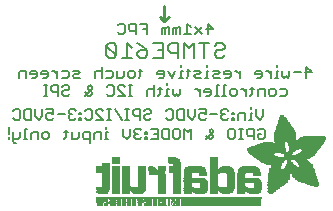
<source format=gbr>
G04 EAGLE Gerber RS-274X export*
G75*
%MOMM*%
%FSLAX34Y34*%
%LPD*%
%INSilkscreen Bottom*%
%IPPOS*%
%AMOC8*
5,1,8,0,0,1.08239X$1,22.5*%
G01*
%ADD10C,0.177800*%
%ADD11C,0.127000*%
%ADD12C,0.254000*%
%ADD13R,6.839700X0.016800*%
%ADD14R,0.268300X0.016800*%
%ADD15R,0.268200X0.016800*%
%ADD16R,0.251500X0.016800*%
%ADD17R,0.301800X0.016800*%
%ADD18R,0.251400X0.016800*%
%ADD19R,0.285000X0.016800*%
%ADD20R,0.301700X0.016800*%
%ADD21R,0.419100X0.016800*%
%ADD22R,0.318500X0.016800*%
%ADD23R,0.586700X0.016800*%
%ADD24R,0.586800X0.016800*%
%ADD25R,6.839700X0.016700*%
%ADD26R,0.268300X0.016700*%
%ADD27R,0.251400X0.016700*%
%ADD28R,0.251500X0.016700*%
%ADD29R,0.301800X0.016700*%
%ADD30R,0.285000X0.016700*%
%ADD31R,0.301700X0.016700*%
%ADD32R,0.419100X0.016700*%
%ADD33R,0.318500X0.016700*%
%ADD34R,0.586700X0.016700*%
%ADD35R,0.586800X0.016700*%
%ADD36R,0.318600X0.016800*%
%ADD37R,0.569900X0.016800*%
%ADD38R,0.335300X0.016800*%
%ADD39R,0.234700X0.016800*%
%ADD40R,0.234700X0.016700*%
%ADD41R,0.016700X0.016700*%
%ADD42R,0.318600X0.016700*%
%ADD43R,0.569900X0.016700*%
%ADD44R,0.335300X0.016700*%
%ADD45R,0.217900X0.016800*%
%ADD46R,0.033500X0.016800*%
%ADD47R,0.570000X0.016800*%
%ADD48R,0.201100X0.016700*%
%ADD49R,0.050300X0.016700*%
%ADD50R,0.670500X0.016700*%
%ADD51R,1.005800X0.016700*%
%ADD52R,0.570000X0.016700*%
%ADD53R,0.201100X0.016800*%
%ADD54R,0.067000X0.016800*%
%ADD55R,0.670500X0.016800*%
%ADD56R,1.005800X0.016800*%
%ADD57R,0.184400X0.016800*%
%ADD58R,0.989000X0.016800*%
%ADD59R,0.184400X0.016700*%
%ADD60R,0.067000X0.016700*%
%ADD61R,0.989000X0.016700*%
%ADD62R,0.167600X0.016800*%
%ADD63R,0.083800X0.016800*%
%ADD64R,0.637000X0.016800*%
%ADD65R,0.955500X0.016800*%
%ADD66R,0.150800X0.016800*%
%ADD67R,0.100600X0.016800*%
%ADD68R,0.536400X0.016800*%
%ADD69R,0.854900X0.016800*%
%ADD70R,0.150800X0.016700*%
%ADD71R,0.100600X0.016700*%
%ADD72R,0.352000X0.016700*%
%ADD73R,0.435900X0.016700*%
%ADD74R,0.402400X0.016700*%
%ADD75R,0.368800X0.016700*%
%ADD76R,0.134100X0.016800*%
%ADD77R,0.117300X0.016800*%
%ADD78R,0.435900X0.016800*%
%ADD79R,0.368900X0.016800*%
%ADD80R,0.603500X0.016800*%
%ADD81R,0.134100X0.016700*%
%ADD82R,0.117300X0.016700*%
%ADD83R,0.452600X0.016700*%
%ADD84R,0.620300X0.016700*%
%ADD85R,0.284900X0.016800*%
%ADD86R,0.486200X0.016800*%
%ADD87R,0.653800X0.016800*%
%ADD88R,0.804700X0.016800*%
%ADD89R,0.150900X0.016700*%
%ADD90R,0.268200X0.016700*%
%ADD91R,0.737600X0.016700*%
%ADD92R,0.603500X0.016700*%
%ADD93R,0.922000X0.016700*%
%ADD94R,0.150900X0.016800*%
%ADD95R,0.821400X0.016800*%
%ADD96R,0.972300X0.016800*%
%ADD97R,0.989100X0.016800*%
%ADD98R,0.083800X0.016700*%
%ADD99R,0.167600X0.016700*%
%ADD100R,0.821400X0.016700*%
%ADD101R,0.989100X0.016700*%
%ADD102R,0.201200X0.016700*%
%ADD103R,0.050300X0.016800*%
%ADD104R,0.201200X0.016800*%
%ADD105R,0.217900X0.016700*%
%ADD106R,0.284900X0.016700*%
%ADD107R,0.352100X0.016800*%
%ADD108R,0.620300X0.016800*%
%ADD109R,0.385600X0.016800*%
%ADD110R,0.335200X0.016800*%
%ADD111R,0.385600X0.016700*%
%ADD112R,0.687400X0.016700*%
%ADD113R,13.998000X0.016800*%
%ADD114R,13.998000X0.016700*%
%ADD115R,0.637000X0.016700*%
%ADD116R,0.486100X0.016700*%
%ADD117R,0.637100X0.016700*%
%ADD118R,0.519700X0.016700*%
%ADD119R,0.536500X0.016700*%
%ADD120R,0.787900X0.016800*%
%ADD121R,0.687400X0.016800*%
%ADD122R,0.771200X0.016800*%
%ADD123R,0.637100X0.016800*%
%ADD124R,0.720800X0.016800*%
%ADD125R,0.704100X0.016800*%
%ADD126R,0.754400X0.016800*%
%ADD127R,0.838200X0.016700*%
%ADD128R,0.871800X0.016700*%
%ADD129R,0.871700X0.016700*%
%ADD130R,0.402400X0.016800*%
%ADD131R,0.922100X0.016800*%
%ADD132R,0.938800X0.016800*%
%ADD133R,0.938800X0.016700*%
%ADD134R,1.022600X0.016700*%
%ADD135R,0.972400X0.016700*%
%ADD136R,0.972300X0.016700*%
%ADD137R,0.469400X0.016800*%
%ADD138R,1.072900X0.016800*%
%ADD139R,1.022600X0.016800*%
%ADD140R,1.005900X0.016800*%
%ADD141R,0.502900X0.016800*%
%ADD142R,1.123200X0.016800*%
%ADD143R,1.056200X0.016800*%
%ADD144R,1.123100X0.016800*%
%ADD145R,1.139900X0.016700*%
%ADD146R,1.089600X0.016700*%
%ADD147R,0.553200X0.016800*%
%ADD148R,1.190200X0.016800*%
%ADD149R,1.190300X0.016800*%
%ADD150R,1.039400X0.016800*%
%ADD151R,1.223700X0.016800*%
%ADD152R,1.173500X0.016800*%
%ADD153R,1.223800X0.016800*%
%ADD154R,1.240500X0.016700*%
%ADD155R,1.173500X0.016700*%
%ADD156R,1.240600X0.016700*%
%ADD157R,1.190300X0.016700*%
%ADD158R,1.056200X0.016700*%
%ADD159R,1.274100X0.016800*%
%ADD160R,1.274000X0.016800*%
%ADD161R,1.307600X0.016800*%
%ADD162R,1.257300X0.016800*%
%ADD163R,1.324400X0.016800*%
%ADD164R,0.687300X0.016700*%
%ADD165R,1.324400X0.016700*%
%ADD166R,1.307500X0.016700*%
%ADD167R,1.274100X0.016700*%
%ADD168R,1.072900X0.016700*%
%ADD169R,2.011600X0.016800*%
%ADD170R,1.324300X0.016800*%
%ADD171R,1.978100X0.016800*%
%ADD172R,2.011600X0.016700*%
%ADD173R,1.357900X0.016700*%
%ADD174R,1.994900X0.016700*%
%ADD175R,1.341200X0.016700*%
%ADD176R,1.089700X0.016700*%
%ADD177R,0.754300X0.016800*%
%ADD178R,1.994900X0.016800*%
%ADD179R,1.995000X0.016800*%
%ADD180R,1.089700X0.016800*%
%ADD181R,0.787900X0.016700*%
%ADD182R,1.995000X0.016700*%
%ADD183R,2.028400X0.016800*%
%ADD184R,2.011700X0.016800*%
%ADD185R,1.106500X0.016800*%
%ADD186R,2.028400X0.016700*%
%ADD187R,2.011700X0.016700*%
%ADD188R,1.106500X0.016700*%
%ADD189R,0.888400X0.016800*%
%ADD190R,0.922000X0.016800*%
%ADD191R,0.938700X0.016700*%
%ADD192R,2.045200X0.016800*%
%ADD193R,0.938700X0.016800*%
%ADD194R,0.670600X0.016700*%
%ADD195R,0.888500X0.016700*%
%ADD196R,2.045200X0.016700*%
%ADD197R,0.888400X0.016700*%
%ADD198R,0.804600X0.016800*%
%ADD199R,2.028500X0.016800*%
%ADD200R,1.056100X0.016700*%
%ADD201R,0.771100X0.016700*%
%ADD202R,0.754300X0.016700*%
%ADD203R,2.028500X0.016700*%
%ADD204R,0.737700X0.016700*%
%ADD205R,1.072800X0.016800*%
%ADD206R,0.871700X0.016800*%
%ADD207R,0.737600X0.016800*%
%ADD208R,0.871800X0.016800*%
%ADD209R,1.089600X0.016800*%
%ADD210R,0.704000X0.016800*%
%ADD211R,0.687300X0.016800*%
%ADD212R,0.670600X0.016800*%
%ADD213R,1.123100X0.016700*%
%ADD214R,0.720800X0.016700*%
%ADD215R,0.653700X0.016700*%
%ADD216R,0.653800X0.016700*%
%ADD217R,1.139900X0.016800*%
%ADD218R,1.173400X0.016800*%
%ADD219R,1.190200X0.016700*%
%ADD220R,1.207000X0.016800*%
%ADD221R,1.240500X0.016800*%
%ADD222R,0.469400X0.016700*%
%ADD223R,1.274000X0.016700*%
%ADD224R,0.519600X0.016800*%
%ADD225R,1.341100X0.016800*%
%ADD226R,0.771200X0.016700*%
%ADD227R,1.374600X0.016700*%
%ADD228R,0.838200X0.016800*%
%ADD229R,1.391400X0.016800*%
%ADD230R,1.424900X0.016800*%
%ADD231R,1.441700X0.016700*%
%ADD232R,1.475200X0.016800*%
%ADD233R,1.491900X0.016700*%
%ADD234R,1.525500X0.016800*%
%ADD235R,1.559000X0.016700*%
%ADD236R,1.575800X0.016800*%
%ADD237R,1.307600X0.016700*%
%ADD238R,1.592500X0.016700*%
%ADD239R,1.374700X0.016800*%
%ADD240R,1.609300X0.016800*%
%ADD241R,1.408200X0.016800*%
%ADD242R,1.626100X0.016800*%
%ADD243R,1.626100X0.016700*%
%ADD244R,1.508800X0.016800*%
%ADD245R,1.659600X0.016800*%
%ADD246R,1.559000X0.016800*%
%ADD247R,1.676400X0.016800*%
%ADD248R,1.575800X0.016700*%
%ADD249R,1.676400X0.016700*%
%ADD250R,1.978100X0.016700*%
%ADD251R,1.693100X0.016800*%
%ADD252R,1.642800X0.016800*%
%ADD253R,1.709900X0.016800*%
%ADD254R,1.961300X0.016800*%
%ADD255R,1.726600X0.016700*%
%ADD256R,1.961300X0.016700*%
%ADD257R,1.693200X0.016800*%
%ADD258R,1.726600X0.016800*%
%ADD259R,1.944600X0.016800*%
%ADD260R,1.726700X0.016700*%
%ADD261R,1.743400X0.016700*%
%ADD262R,1.944600X0.016700*%
%ADD263R,1.726700X0.016800*%
%ADD264R,1.760200X0.016800*%
%ADD265R,1.927800X0.016800*%
%ADD266R,1.911000X0.016800*%
%ADD267R,1.793700X0.016700*%
%ADD268R,1.776900X0.016700*%
%ADD269R,1.911100X0.016700*%
%ADD270R,1.894300X0.016700*%
%ADD271R,1.793800X0.016800*%
%ADD272R,1.776900X0.016800*%
%ADD273R,1.911100X0.016800*%
%ADD274R,1.894300X0.016800*%
%ADD275R,1.827300X0.016800*%
%ADD276R,1.810500X0.016800*%
%ADD277R,1.877500X0.016800*%
%ADD278R,1.844100X0.016700*%
%ADD279R,1.810500X0.016700*%
%ADD280R,1.860800X0.016700*%
%ADD281R,1.844000X0.016700*%
%ADD282R,1.860900X0.016800*%
%ADD283R,1.844000X0.016800*%
%ADD284R,1.827200X0.016800*%
%ADD285R,1.860800X0.016800*%
%ADD286R,1.793700X0.016800*%
%ADD287R,1.877600X0.016700*%
%ADD288R,1.827200X0.016700*%
%ADD289R,1.927800X0.016700*%
%ADD290R,1.927900X0.016800*%
%ADD291R,1.944700X0.016700*%
%ADD292R,1.877500X0.016700*%
%ADD293R,1.961400X0.016800*%
%ADD294R,1.961400X0.016700*%
%ADD295R,1.978200X0.016800*%
%ADD296R,1.911000X0.016700*%
%ADD297R,0.620200X0.016800*%
%ADD298R,1.425000X0.016800*%
%ADD299R,0.620200X0.016700*%
%ADD300R,1.425000X0.016700*%
%ADD301R,0.653700X0.016800*%
%ADD302R,0.704100X0.016700*%
%ADD303R,0.804700X0.016700*%
%ADD304R,0.905200X0.016800*%
%ADD305R,1.894400X0.016800*%
%ADD306R,1.927900X0.016700*%
%ADD307R,1.877600X0.016800*%
%ADD308R,3.889300X0.016800*%
%ADD309R,3.872500X0.016700*%
%ADD310R,3.872500X0.016800*%
%ADD311R,3.855700X0.016700*%
%ADD312R,0.754400X0.016700*%
%ADD313R,3.855700X0.016800*%
%ADD314R,3.839000X0.016800*%
%ADD315R,0.720900X0.016800*%
%ADD316R,3.822200X0.016700*%
%ADD317R,2.715700X0.016800*%
%ADD318R,2.632000X0.016800*%
%ADD319R,1.290800X0.016800*%
%ADD320R,2.615200X0.016700*%
%ADD321R,1.257300X0.016700*%
%ADD322R,2.581700X0.016800*%
%ADD323R,1.240600X0.016800*%
%ADD324R,2.564900X0.016800*%
%ADD325R,1.760300X0.016800*%
%ADD326R,2.531400X0.016700*%
%ADD327R,1.156700X0.016700*%
%ADD328R,2.514600X0.016800*%
%ADD329R,0.955600X0.016800*%
%ADD330R,2.497800X0.016800*%
%ADD331R,1.659700X0.016800*%
%ADD332R,2.464300X0.016700*%
%ADD333R,1.039300X0.016700*%
%ADD334R,2.447500X0.016800*%
%ADD335R,1.592500X0.016800*%
%ADD336R,0.536500X0.016800*%
%ADD337R,2.430800X0.016700*%
%ADD338R,1.559100X0.016700*%
%ADD339R,1.542300X0.016700*%
%ADD340R,0.502900X0.016700*%
%ADD341R,2.414000X0.016800*%
%ADD342R,0.905300X0.016800*%
%ADD343R,1.508700X0.016800*%
%ADD344R,0.888500X0.016800*%
%ADD345R,2.397300X0.016800*%
%ADD346R,1.441700X0.016800*%
%ADD347R,0.452700X0.016800*%
%ADD348R,1.290900X0.016700*%
%ADD349R,1.156700X0.016800*%
%ADD350R,0.855000X0.016800*%
%ADD351R,1.123200X0.016700*%
%ADD352R,0.720900X0.016700*%
%ADD353R,1.106400X0.016800*%
%ADD354R,1.106400X0.016700*%
%ADD355R,0.771100X0.016800*%
%ADD356R,0.435800X0.016700*%
%ADD357R,1.592600X0.016700*%
%ADD358R,0.435800X0.016800*%
%ADD359R,1.642900X0.016800*%
%ADD360R,0.402300X0.016800*%
%ADD361R,1.793800X0.016700*%
%ADD362R,0.368800X0.016800*%
%ADD363R,1.056100X0.016800*%
%ADD364R,1.039400X0.016700*%
%ADD365R,2.078800X0.016800*%
%ADD366R,0.335200X0.016700*%
%ADD367R,2.145800X0.016700*%
%ADD368R,2.162600X0.016800*%
%ADD369R,0.352000X0.016800*%
%ADD370R,2.212800X0.016800*%
%ADD371R,2.279900X0.016700*%
%ADD372R,2.330200X0.016800*%
%ADD373R,2.799500X0.016800*%
%ADD374R,2.816300X0.016700*%
%ADD375R,0.955500X0.016700*%
%ADD376R,2.849900X0.016800*%
%ADD377R,2.916900X0.016800*%
%ADD378R,4.224500X0.016700*%
%ADD379R,4.291600X0.016800*%
%ADD380R,4.409000X0.016800*%
%ADD381R,4.509500X0.016700*%
%ADD382R,4.526300X0.016800*%
%ADD383R,4.626800X0.016700*%
%ADD384R,4.693900X0.016800*%
%ADD385R,4.727400X0.016800*%
%ADD386R,2.548200X0.016700*%
%ADD387R,2.179300X0.016700*%
%ADD388R,2.430800X0.016800*%
%ADD389R,2.414000X0.016700*%
%ADD390R,2.414100X0.016800*%
%ADD391R,2.430700X0.016700*%
%ADD392R,2.447600X0.016700*%
%ADD393R,1.559100X0.016800*%
%ADD394R,1.525500X0.016700*%
%ADD395R,1.492000X0.016800*%
%ADD396R,1.491900X0.016800*%
%ADD397R,1.458500X0.016700*%
%ADD398R,2.061900X0.016800*%
%ADD399R,1.408100X0.016700*%
%ADD400R,0.905200X0.016700*%
%ADD401R,2.112300X0.016700*%
%ADD402R,2.179300X0.016800*%
%ADD403R,1.408200X0.016700*%
%ADD404R,2.212900X0.016700*%
%ADD405R,1.140000X0.016800*%
%ADD406R,3.319300X0.016800*%
%ADD407R,1.374700X0.016700*%
%ADD408R,0.402300X0.016700*%
%ADD409R,3.302500X0.016700*%
%ADD410R,3.285700X0.016800*%
%ADD411R,1.357900X0.016800*%
%ADD412R,3.269000X0.016800*%
%ADD413R,3.285800X0.016700*%
%ADD414R,3.268900X0.016800*%
%ADD415R,0.452700X0.016700*%
%ADD416R,3.268900X0.016700*%
%ADD417R,1.391400X0.016700*%
%ADD418R,3.269000X0.016700*%
%ADD419R,1.374600X0.016800*%
%ADD420R,0.519700X0.016800*%
%ADD421R,3.252200X0.016800*%
%ADD422R,3.235400X0.016800*%
%ADD423R,3.235400X0.016700*%
%ADD424R,3.218600X0.016800*%
%ADD425R,3.201900X0.016800*%
%ADD426R,3.201900X0.016700*%
%ADD427R,1.458500X0.016800*%
%ADD428R,1.525600X0.016800*%
%ADD429R,3.185100X0.016800*%
%ADD430R,2.531300X0.016700*%
%ADD431R,3.168400X0.016700*%
%ADD432R,2.531300X0.016800*%
%ADD433R,3.151600X0.016800*%
%ADD434R,2.548100X0.016800*%
%ADD435R,3.134900X0.016800*%
%ADD436R,2.564900X0.016700*%
%ADD437R,3.118100X0.016700*%
%ADD438R,2.581600X0.016800*%
%ADD439R,3.101400X0.016800*%
%ADD440R,2.598400X0.016700*%
%ADD441R,3.067900X0.016700*%
%ADD442R,2.598400X0.016800*%
%ADD443R,3.034300X0.016800*%
%ADD444R,2.615100X0.016800*%
%ADD445R,3.000800X0.016800*%
%ADD446R,2.631900X0.016700*%
%ADD447R,2.950500X0.016700*%
%ADD448R,2.648700X0.016800*%
%ADD449R,2.900200X0.016800*%
%ADD450R,2.665500X0.016800*%
%ADD451R,2.682200X0.016700*%
%ADD452R,2.799600X0.016700*%
%ADD453R,2.699000X0.016800*%
%ADD454R,2.732500X0.016800*%
%ADD455R,2.749300X0.016700*%
%ADD456R,2.632000X0.016700*%
%ADD457R,2.749300X0.016800*%
%ADD458R,2.766100X0.016700*%
%ADD459R,2.766100X0.016800*%
%ADD460R,2.481100X0.016800*%
%ADD461R,2.782900X0.016800*%
%ADD462R,2.380500X0.016700*%
%ADD463R,2.833100X0.016800*%
%ADD464R,1.592600X0.016800*%
%ADD465R,2.849900X0.016700*%
%ADD466R,2.883400X0.016800*%
%ADD467R,2.917000X0.016700*%
%ADD468R,2.933700X0.016800*%
%ADD469R,2.967200X0.016800*%
%ADD470R,2.967200X0.016700*%
%ADD471R,3.017500X0.016700*%
%ADD472R,3.051000X0.016800*%
%ADD473R,0.788000X0.016800*%
%ADD474R,3.084600X0.016800*%
%ADD475R,2.397300X0.016700*%
%ADD476R,2.397200X0.016800*%
%ADD477R,1.760200X0.016700*%
%ADD478R,2.397200X0.016700*%
%ADD479R,1.827300X0.016700*%
%ADD480R,2.380500X0.016800*%
%ADD481R,2.363700X0.016800*%
%ADD482R,2.363700X0.016700*%
%ADD483R,2.346900X0.016800*%
%ADD484R,2.296600X0.016700*%
%ADD485R,2.279900X0.016800*%
%ADD486R,2.246300X0.016800*%
%ADD487R,2.229600X0.016700*%
%ADD488R,2.129100X0.016800*%
%ADD489R,2.112300X0.016800*%
%ADD490R,1.609300X0.016700*%
%ADD491R,1.743400X0.016800*%
%ADD492R,1.693100X0.016700*%
%ADD493R,1.659700X0.016700*%
%ADD494R,1.575900X0.016800*%
%ADD495R,1.575900X0.016700*%
%ADD496R,1.475200X0.016700*%
%ADD497R,1.324300X0.016700*%
%ADD498R,1.290800X0.016700*%
%ADD499R,1.207000X0.016700*%
%ADD500R,0.854900X0.016700*%
%ADD501R,0.821500X0.016700*%
%ADD502R,0.821500X0.016800*%
%ADD503R,0.218000X0.016800*%


D10*
X182577Y173830D02*
X184653Y175906D01*
X188805Y175906D01*
X190881Y173830D01*
X190881Y171753D01*
X188805Y169677D01*
X184653Y169677D01*
X182577Y167601D01*
X182577Y165525D01*
X184653Y163449D01*
X188805Y163449D01*
X190881Y165525D01*
X173632Y163449D02*
X173632Y175906D01*
X177784Y175906D02*
X169479Y175906D01*
X164687Y175906D02*
X164687Y163449D01*
X160534Y171753D02*
X164687Y175906D01*
X160534Y171753D02*
X156382Y175906D01*
X156382Y163449D01*
X151589Y163449D02*
X151589Y175906D01*
X145361Y175906D01*
X143285Y173830D01*
X143285Y169677D01*
X145361Y167601D01*
X151589Y167601D01*
X138492Y175906D02*
X130188Y175906D01*
X138492Y175906D02*
X138492Y163449D01*
X130188Y163449D01*
X134340Y169677D02*
X138492Y169677D01*
X121243Y173830D02*
X117090Y175906D01*
X121243Y173830D02*
X125395Y169677D01*
X125395Y165525D01*
X123319Y163449D01*
X119166Y163449D01*
X117090Y165525D01*
X117090Y167601D01*
X119166Y169677D01*
X125395Y169677D01*
X112298Y171753D02*
X108145Y175906D01*
X108145Y163449D01*
X103993Y163449D02*
X112298Y163449D01*
X99200Y165525D02*
X99200Y173830D01*
X97124Y175906D01*
X92972Y175906D01*
X90896Y173830D01*
X90896Y165525D01*
X92972Y163449D01*
X97124Y163449D01*
X99200Y165525D01*
X90896Y173830D01*
D11*
X176715Y183515D02*
X176715Y192413D01*
X181163Y187964D01*
X175232Y187964D01*
X171808Y189447D02*
X165876Y183515D01*
X171808Y183515D02*
X165876Y189447D01*
X162453Y189447D02*
X159487Y192413D01*
X159487Y183515D01*
X162453Y183515D02*
X156521Y183515D01*
X153098Y183515D02*
X153098Y189447D01*
X151615Y189447D01*
X150132Y187964D01*
X150132Y183515D01*
X150132Y187964D02*
X148649Y189447D01*
X147166Y187964D01*
X147166Y183515D01*
X143743Y183515D02*
X143743Y189447D01*
X142260Y189447D01*
X140777Y187964D01*
X140777Y183515D01*
X140777Y187964D02*
X139294Y189447D01*
X137811Y187964D01*
X137811Y183515D01*
X125032Y183515D02*
X125032Y192413D01*
X119101Y192413D01*
X122066Y187964D02*
X125032Y187964D01*
X115677Y183515D02*
X115677Y192413D01*
X111228Y192413D01*
X109745Y190930D01*
X109745Y187964D01*
X111228Y186481D01*
X115677Y186481D01*
X101873Y192413D02*
X100390Y190930D01*
X101873Y192413D02*
X104839Y192413D01*
X106322Y190930D01*
X106322Y184998D01*
X104839Y183515D01*
X101873Y183515D01*
X100390Y184998D01*
D12*
X139700Y194310D02*
X139700Y207010D01*
X135890Y198120D02*
X139700Y194310D01*
X143510Y198120D01*
D11*
X260132Y155583D02*
X260132Y146685D01*
X264581Y151134D02*
X260132Y155583D01*
X258649Y151134D02*
X264581Y151134D01*
X255225Y151134D02*
X249294Y151134D01*
X245870Y152617D02*
X245870Y148168D01*
X244387Y146685D01*
X242904Y148168D01*
X241421Y146685D01*
X239938Y148168D01*
X239938Y152617D01*
X236515Y152617D02*
X235032Y152617D01*
X235032Y146685D01*
X236515Y146685D02*
X233549Y146685D01*
X235032Y155583D02*
X235032Y157066D01*
X230278Y152617D02*
X230278Y146685D01*
X230278Y149651D02*
X227312Y152617D01*
X225829Y152617D01*
X220999Y146685D02*
X218033Y146685D01*
X220999Y146685D02*
X222482Y148168D01*
X222482Y151134D01*
X220999Y152617D01*
X218033Y152617D01*
X216551Y151134D01*
X216551Y149651D01*
X222482Y149651D01*
X203772Y146685D02*
X203772Y152617D01*
X203772Y149651D02*
X200806Y152617D01*
X199323Y152617D01*
X194493Y146685D02*
X191527Y146685D01*
X194493Y146685D02*
X195976Y148168D01*
X195976Y151134D01*
X194493Y152617D01*
X191527Y152617D01*
X190044Y151134D01*
X190044Y149651D01*
X195976Y149651D01*
X186621Y146685D02*
X182172Y146685D01*
X180689Y148168D01*
X182172Y149651D01*
X185138Y149651D01*
X186621Y151134D01*
X185138Y152617D01*
X180689Y152617D01*
X177266Y152617D02*
X175783Y152617D01*
X175783Y146685D01*
X177266Y146685D02*
X174300Y146685D01*
X175783Y155583D02*
X175783Y157066D01*
X171029Y146685D02*
X166580Y146685D01*
X165097Y148168D01*
X166580Y149651D01*
X169546Y149651D01*
X171029Y151134D01*
X169546Y152617D01*
X165097Y152617D01*
X160191Y154100D02*
X160191Y148168D01*
X158708Y146685D01*
X158708Y152617D02*
X161674Y152617D01*
X155437Y152617D02*
X153954Y152617D01*
X153954Y146685D01*
X155437Y146685D02*
X152471Y146685D01*
X153954Y155583D02*
X153954Y157066D01*
X149200Y152617D02*
X146234Y146685D01*
X143268Y152617D01*
X138362Y146685D02*
X135396Y146685D01*
X138362Y146685D02*
X139845Y148168D01*
X139845Y151134D01*
X138362Y152617D01*
X135396Y152617D01*
X133913Y151134D01*
X133913Y149651D01*
X139845Y149651D01*
X119652Y148168D02*
X119652Y154100D01*
X119652Y148168D02*
X118169Y146685D01*
X118169Y152617D02*
X121134Y152617D01*
X113415Y146685D02*
X110449Y146685D01*
X108966Y148168D01*
X108966Y151134D01*
X110449Y152617D01*
X113415Y152617D01*
X114898Y151134D01*
X114898Y148168D01*
X113415Y146685D01*
X105542Y148168D02*
X105542Y152617D01*
X105542Y148168D02*
X104060Y146685D01*
X99611Y146685D01*
X99611Y152617D01*
X94704Y152617D02*
X90256Y152617D01*
X94704Y152617D02*
X96187Y151134D01*
X96187Y148168D01*
X94704Y146685D01*
X90256Y146685D01*
X86832Y146685D02*
X86832Y155583D01*
X85349Y152617D02*
X86832Y151134D01*
X85349Y152617D02*
X82383Y152617D01*
X80900Y151134D01*
X80900Y146685D01*
X68122Y146685D02*
X63673Y146685D01*
X62190Y148168D01*
X63673Y149651D01*
X66639Y149651D01*
X68122Y151134D01*
X66639Y152617D01*
X62190Y152617D01*
X57284Y152617D02*
X52835Y152617D01*
X57284Y152617D02*
X58767Y151134D01*
X58767Y148168D01*
X57284Y146685D01*
X52835Y146685D01*
X49411Y146685D02*
X49411Y152617D01*
X49411Y149651D02*
X46445Y152617D01*
X44963Y152617D01*
X40132Y146685D02*
X37167Y146685D01*
X40132Y146685D02*
X41615Y148168D01*
X41615Y151134D01*
X40132Y152617D01*
X37167Y152617D01*
X35684Y151134D01*
X35684Y149651D01*
X41615Y149651D01*
X30777Y146685D02*
X27811Y146685D01*
X30777Y146685D02*
X32260Y148168D01*
X32260Y151134D01*
X30777Y152617D01*
X27811Y152617D01*
X26328Y151134D01*
X26328Y149651D01*
X32260Y149651D01*
X22905Y146685D02*
X22905Y152617D01*
X18456Y152617D01*
X16973Y151134D01*
X16973Y146685D01*
X237600Y137377D02*
X242048Y137377D01*
X243531Y135894D01*
X243531Y132928D01*
X242048Y131445D01*
X237600Y131445D01*
X232693Y131445D02*
X229727Y131445D01*
X228244Y132928D01*
X228244Y135894D01*
X229727Y137377D01*
X232693Y137377D01*
X234176Y135894D01*
X234176Y132928D01*
X232693Y131445D01*
X224821Y131445D02*
X224821Y137377D01*
X220372Y137377D01*
X218889Y135894D01*
X218889Y131445D01*
X213983Y132928D02*
X213983Y138860D01*
X213983Y132928D02*
X212500Y131445D01*
X212500Y137377D02*
X215466Y137377D01*
X209229Y137377D02*
X209229Y131445D01*
X209229Y134411D02*
X206263Y137377D01*
X204780Y137377D01*
X199950Y131445D02*
X196984Y131445D01*
X195501Y132928D01*
X195501Y135894D01*
X196984Y137377D01*
X199950Y137377D01*
X201433Y135894D01*
X201433Y132928D01*
X199950Y131445D01*
X192078Y140343D02*
X190595Y140343D01*
X190595Y131445D01*
X192078Y131445D02*
X189112Y131445D01*
X185841Y140343D02*
X184358Y140343D01*
X184358Y131445D01*
X185841Y131445D02*
X182875Y131445D01*
X178121Y131445D02*
X175156Y131445D01*
X178121Y131445D02*
X179604Y132928D01*
X179604Y135894D01*
X178121Y137377D01*
X175156Y137377D01*
X173673Y135894D01*
X173673Y134411D01*
X179604Y134411D01*
X170249Y131445D02*
X170249Y137377D01*
X170249Y134411D02*
X167283Y137377D01*
X165800Y137377D01*
X153098Y137377D02*
X153098Y132928D01*
X151615Y131445D01*
X150132Y132928D01*
X148649Y131445D01*
X147166Y132928D01*
X147166Y137377D01*
X143743Y137377D02*
X142260Y137377D01*
X142260Y131445D01*
X143743Y131445D02*
X140777Y131445D01*
X142260Y140343D02*
X142260Y141826D01*
X136023Y138860D02*
X136023Y132928D01*
X134540Y131445D01*
X134540Y137377D02*
X137506Y137377D01*
X131269Y140343D02*
X131269Y131445D01*
X131269Y135894D02*
X129786Y137377D01*
X126820Y137377D01*
X125337Y135894D01*
X125337Y131445D01*
X112559Y131445D02*
X109593Y131445D01*
X111076Y131445D02*
X111076Y140343D01*
X112559Y140343D02*
X109593Y140343D01*
X106322Y131445D02*
X100390Y131445D01*
X106322Y131445D02*
X100390Y137377D01*
X100390Y138860D01*
X101873Y140343D01*
X104839Y140343D01*
X106322Y138860D01*
X92518Y140343D02*
X91035Y138860D01*
X92518Y140343D02*
X95484Y140343D01*
X96967Y138860D01*
X96967Y132928D01*
X95484Y131445D01*
X92518Y131445D01*
X91035Y132928D01*
X75291Y131445D02*
X72325Y134411D01*
X75291Y131445D02*
X76774Y131445D01*
X78256Y132928D01*
X78256Y134411D01*
X75291Y137377D01*
X75291Y138860D01*
X76774Y140343D01*
X78256Y138860D01*
X78256Y137377D01*
X72325Y131445D01*
X55097Y140343D02*
X53614Y138860D01*
X55097Y140343D02*
X58063Y140343D01*
X59546Y138860D01*
X59546Y137377D01*
X58063Y135894D01*
X55097Y135894D01*
X53614Y134411D01*
X53614Y132928D01*
X55097Y131445D01*
X58063Y131445D01*
X59546Y132928D01*
X50191Y131445D02*
X50191Y140343D01*
X45742Y140343D01*
X44259Y138860D01*
X44259Y135894D01*
X45742Y134411D01*
X50191Y134411D01*
X40836Y131445D02*
X37870Y131445D01*
X39353Y131445D02*
X39353Y140343D01*
X40836Y140343D02*
X37870Y140343D01*
X223790Y120023D02*
X223790Y114091D01*
X220824Y111125D01*
X217858Y114091D01*
X217858Y120023D01*
X214435Y117057D02*
X212952Y117057D01*
X212952Y111125D01*
X214435Y111125D02*
X211469Y111125D01*
X212952Y120023D02*
X212952Y121506D01*
X208198Y117057D02*
X208198Y111125D01*
X208198Y117057D02*
X203749Y117057D01*
X202266Y115574D01*
X202266Y111125D01*
X198843Y117057D02*
X197360Y117057D01*
X197360Y115574D01*
X198843Y115574D01*
X198843Y117057D01*
X198843Y112608D02*
X197360Y112608D01*
X197360Y111125D01*
X198843Y111125D01*
X198843Y112608D01*
X194165Y118540D02*
X192682Y120023D01*
X189716Y120023D01*
X188233Y118540D01*
X188233Y117057D01*
X189716Y115574D01*
X191199Y115574D01*
X189716Y115574D02*
X188233Y114091D01*
X188233Y112608D01*
X189716Y111125D01*
X192682Y111125D01*
X194165Y112608D01*
X184810Y115574D02*
X178878Y115574D01*
X175455Y120023D02*
X169523Y120023D01*
X175455Y120023D02*
X175455Y115574D01*
X172489Y117057D01*
X171006Y117057D01*
X169523Y115574D01*
X169523Y112608D01*
X171006Y111125D01*
X173972Y111125D01*
X175455Y112608D01*
X166099Y114091D02*
X166099Y120023D01*
X166099Y114091D02*
X163134Y111125D01*
X160168Y114091D01*
X160168Y120023D01*
X156744Y120023D02*
X156744Y111125D01*
X152295Y111125D01*
X150813Y112608D01*
X150813Y118540D01*
X152295Y120023D01*
X156744Y120023D01*
X142940Y120023D02*
X141457Y118540D01*
X142940Y120023D02*
X145906Y120023D01*
X147389Y118540D01*
X147389Y112608D01*
X145906Y111125D01*
X142940Y111125D01*
X141457Y112608D01*
X124230Y120023D02*
X122747Y118540D01*
X124230Y120023D02*
X127196Y120023D01*
X128679Y118540D01*
X128679Y117057D01*
X127196Y115574D01*
X124230Y115574D01*
X122747Y114091D01*
X122747Y112608D01*
X124230Y111125D01*
X127196Y111125D01*
X128679Y112608D01*
X119324Y111125D02*
X119324Y120023D01*
X114875Y120023D01*
X113392Y118540D01*
X113392Y115574D01*
X114875Y114091D01*
X119324Y114091D01*
X109968Y111125D02*
X107002Y111125D01*
X108485Y111125D02*
X108485Y120023D01*
X109968Y120023D02*
X107002Y120023D01*
X97800Y120023D02*
X103732Y111125D01*
X94376Y111125D02*
X91411Y111125D01*
X92893Y111125D02*
X92893Y120023D01*
X91411Y120023D02*
X94376Y120023D01*
X88140Y111125D02*
X82208Y111125D01*
X88140Y111125D02*
X82208Y117057D01*
X82208Y118540D01*
X83691Y120023D01*
X86657Y120023D01*
X88140Y118540D01*
X74336Y120023D02*
X72853Y118540D01*
X74336Y120023D02*
X77301Y120023D01*
X78784Y118540D01*
X78784Y112608D01*
X77301Y111125D01*
X74336Y111125D01*
X72853Y112608D01*
X69429Y117057D02*
X67946Y117057D01*
X67946Y115574D01*
X69429Y115574D01*
X69429Y117057D01*
X69429Y112608D02*
X67946Y112608D01*
X67946Y111125D01*
X69429Y111125D01*
X69429Y112608D01*
X64752Y118540D02*
X63269Y120023D01*
X60303Y120023D01*
X58820Y118540D01*
X58820Y117057D01*
X60303Y115574D01*
X61786Y115574D01*
X60303Y115574D02*
X58820Y114091D01*
X58820Y112608D01*
X60303Y111125D01*
X63269Y111125D01*
X64752Y112608D01*
X55396Y115574D02*
X49465Y115574D01*
X46041Y120023D02*
X40110Y120023D01*
X46041Y120023D02*
X46041Y115574D01*
X43075Y117057D01*
X41592Y117057D01*
X40110Y115574D01*
X40110Y112608D01*
X41592Y111125D01*
X44558Y111125D01*
X46041Y112608D01*
X36686Y114091D02*
X36686Y120023D01*
X36686Y114091D02*
X33720Y111125D01*
X30754Y114091D01*
X30754Y120023D01*
X27331Y120023D02*
X27331Y111125D01*
X22882Y111125D01*
X21399Y112608D01*
X21399Y118540D01*
X22882Y120023D01*
X27331Y120023D01*
X13527Y120023D02*
X12044Y118540D01*
X13527Y120023D02*
X16493Y120023D01*
X17976Y118540D01*
X17976Y112608D01*
X16493Y111125D01*
X13527Y111125D01*
X12044Y112608D01*
X218927Y102030D02*
X220410Y103513D01*
X223376Y103513D01*
X224859Y102030D01*
X224859Y96098D01*
X223376Y94615D01*
X220410Y94615D01*
X218927Y96098D01*
X218927Y99064D01*
X221893Y99064D01*
X215503Y94615D02*
X215503Y103513D01*
X211055Y103513D01*
X209572Y102030D01*
X209572Y99064D01*
X211055Y97581D01*
X215503Y97581D01*
X206148Y94615D02*
X203182Y94615D01*
X204665Y94615D02*
X204665Y103513D01*
X206148Y103513D02*
X203182Y103513D01*
X198428Y103513D02*
X195463Y103513D01*
X198428Y103513D02*
X199911Y102030D01*
X199911Y96098D01*
X198428Y94615D01*
X195463Y94615D01*
X193980Y96098D01*
X193980Y102030D01*
X195463Y103513D01*
X178235Y94615D02*
X175269Y97581D01*
X178235Y94615D02*
X179718Y94615D01*
X181201Y96098D01*
X181201Y97581D01*
X178235Y100547D01*
X178235Y102030D01*
X179718Y103513D01*
X181201Y102030D01*
X181201Y100547D01*
X175269Y94615D01*
X162491Y94615D02*
X162491Y103513D01*
X159525Y100547D01*
X156559Y103513D01*
X156559Y94615D01*
X151653Y103513D02*
X148687Y103513D01*
X151653Y103513D02*
X153135Y102030D01*
X153135Y96098D01*
X151653Y94615D01*
X148687Y94615D01*
X147204Y96098D01*
X147204Y102030D01*
X148687Y103513D01*
X143780Y103513D02*
X143780Y94615D01*
X139331Y94615D01*
X137849Y96098D01*
X137849Y102030D01*
X139331Y103513D01*
X143780Y103513D01*
X134425Y103513D02*
X128493Y103513D01*
X134425Y103513D02*
X134425Y94615D01*
X128493Y94615D01*
X131459Y99064D02*
X134425Y99064D01*
X125070Y100547D02*
X123587Y100547D01*
X123587Y99064D01*
X125070Y99064D01*
X125070Y100547D01*
X125070Y96098D02*
X123587Y96098D01*
X123587Y94615D01*
X125070Y94615D01*
X125070Y96098D01*
X120392Y102030D02*
X118909Y103513D01*
X115944Y103513D01*
X114461Y102030D01*
X114461Y100547D01*
X115944Y99064D01*
X117426Y99064D01*
X115944Y99064D02*
X114461Y97581D01*
X114461Y96098D01*
X115944Y94615D01*
X118909Y94615D01*
X120392Y96098D01*
X111037Y97581D02*
X111037Y103513D01*
X111037Y97581D02*
X108071Y94615D01*
X105105Y97581D01*
X105105Y103513D01*
X92327Y100547D02*
X90844Y100547D01*
X90844Y94615D01*
X92327Y94615D02*
X89361Y94615D01*
X90844Y103513D02*
X90844Y104996D01*
X86090Y100547D02*
X86090Y94615D01*
X86090Y100547D02*
X81641Y100547D01*
X80158Y99064D01*
X80158Y94615D01*
X76735Y91649D02*
X76735Y100547D01*
X72286Y100547D01*
X70803Y99064D01*
X70803Y96098D01*
X72286Y94615D01*
X76735Y94615D01*
X67380Y96098D02*
X67380Y100547D01*
X67380Y96098D02*
X65897Y94615D01*
X61448Y94615D01*
X61448Y100547D01*
X56541Y102030D02*
X56541Y96098D01*
X55059Y94615D01*
X55059Y100547D02*
X58024Y100547D01*
X40950Y94615D02*
X37984Y94615D01*
X36501Y96098D01*
X36501Y99064D01*
X37984Y100547D01*
X40950Y100547D01*
X42432Y99064D01*
X42432Y96098D01*
X40950Y94615D01*
X33077Y94615D02*
X33077Y100547D01*
X28628Y100547D01*
X27146Y99064D01*
X27146Y94615D01*
X23722Y103513D02*
X22239Y103513D01*
X22239Y94615D01*
X23722Y94615D02*
X20756Y94615D01*
X17485Y96098D02*
X17485Y100547D01*
X17485Y96098D02*
X16002Y94615D01*
X11554Y94615D01*
X11554Y93132D02*
X11554Y100547D01*
X11554Y93132D02*
X13036Y91649D01*
X14519Y91649D01*
X8130Y94615D02*
X8130Y96098D01*
X8130Y99064D02*
X8130Y104996D01*
D13*
X188192Y38100D03*
D14*
X151646Y38100D03*
D15*
X148125Y38100D03*
D16*
X143683Y38100D03*
D14*
X140079Y38100D03*
D17*
X136055Y38100D03*
D18*
X131948Y38100D03*
D19*
X128092Y38100D03*
D20*
X124153Y38100D03*
D21*
X119543Y38100D03*
X114346Y38100D03*
D22*
X109652Y38100D03*
D19*
X105628Y38100D03*
X101773Y38100D03*
D23*
X96241Y38100D03*
D20*
X90793Y38100D03*
D24*
X85344Y38100D03*
D25*
X188192Y38268D03*
D26*
X151646Y38268D03*
D27*
X148209Y38268D03*
D28*
X143683Y38268D03*
D29*
X139911Y38268D03*
D30*
X135971Y38268D03*
D31*
X132032Y38268D03*
D30*
X128092Y38268D03*
D31*
X124153Y38268D03*
D32*
X119543Y38268D03*
X114346Y38268D03*
D33*
X109652Y38268D03*
D30*
X105628Y38268D03*
X101773Y38268D03*
D34*
X96241Y38268D03*
D33*
X90877Y38268D03*
D35*
X85344Y38268D03*
D13*
X188192Y38435D03*
D14*
X151646Y38435D03*
D18*
X148209Y38435D03*
D16*
X143683Y38435D03*
D36*
X139827Y38435D03*
D14*
X135888Y38435D03*
D22*
X131948Y38435D03*
D19*
X128092Y38435D03*
D22*
X124237Y38435D03*
D21*
X119543Y38435D03*
X114346Y38435D03*
D22*
X109652Y38435D03*
D19*
X105628Y38435D03*
X101773Y38435D03*
D37*
X96325Y38435D03*
D38*
X90793Y38435D03*
D24*
X85344Y38435D03*
D13*
X188192Y38603D03*
D14*
X151646Y38603D03*
D39*
X148293Y38603D03*
D16*
X143683Y38603D03*
D36*
X139827Y38603D03*
D14*
X135888Y38603D03*
D22*
X131948Y38603D03*
D18*
X128092Y38603D03*
D22*
X124237Y38603D03*
D21*
X119543Y38603D03*
X114346Y38603D03*
D22*
X109652Y38603D03*
D19*
X105628Y38603D03*
X101773Y38603D03*
D37*
X96325Y38603D03*
D38*
X90793Y38603D03*
D24*
X85344Y38603D03*
D25*
X188192Y38771D03*
D26*
X151646Y38771D03*
D40*
X148293Y38771D03*
D41*
X146030Y38771D03*
D28*
X143683Y38771D03*
D42*
X139827Y38771D03*
D26*
X135888Y38771D03*
D33*
X131948Y38771D03*
D27*
X128092Y38771D03*
D33*
X124237Y38771D03*
D32*
X119543Y38771D03*
X114346Y38771D03*
D33*
X109652Y38771D03*
D30*
X105628Y38771D03*
X101773Y38771D03*
D43*
X96325Y38771D03*
D44*
X90793Y38771D03*
D35*
X85344Y38771D03*
D13*
X188192Y38938D03*
D14*
X151646Y38938D03*
D45*
X148377Y38938D03*
D46*
X146114Y38938D03*
D16*
X143683Y38938D03*
D36*
X139827Y38938D03*
D14*
X135888Y38938D03*
D22*
X131948Y38938D03*
D18*
X128092Y38938D03*
D22*
X124237Y38938D03*
D21*
X119543Y38938D03*
X114346Y38938D03*
D20*
X109736Y38938D03*
D19*
X105628Y38938D03*
X101773Y38938D03*
D37*
X96325Y38938D03*
D38*
X90793Y38938D03*
D47*
X85260Y38938D03*
D13*
X188192Y39106D03*
D14*
X151646Y39106D03*
D45*
X148377Y39106D03*
D46*
X146114Y39106D03*
D16*
X143683Y39106D03*
D36*
X139827Y39106D03*
D14*
X135888Y39106D03*
D22*
X131948Y39106D03*
D18*
X128092Y39106D03*
D22*
X124237Y39106D03*
D21*
X119543Y39106D03*
X114346Y39106D03*
D20*
X109736Y39106D03*
D19*
X105628Y39106D03*
X101773Y39106D03*
D37*
X96325Y39106D03*
D38*
X90793Y39106D03*
D47*
X85260Y39106D03*
D25*
X188192Y39274D03*
D26*
X151646Y39274D03*
D48*
X148461Y39274D03*
D49*
X146198Y39274D03*
D28*
X143683Y39274D03*
D42*
X139827Y39274D03*
D26*
X135888Y39274D03*
D33*
X131948Y39274D03*
D50*
X125997Y39274D03*
D32*
X119543Y39274D03*
X114346Y39274D03*
D31*
X109736Y39274D03*
D29*
X105712Y39274D03*
D30*
X101773Y39274D03*
D51*
X94145Y39274D03*
D52*
X85260Y39274D03*
D13*
X188192Y39441D03*
D14*
X151646Y39441D03*
D53*
X148461Y39441D03*
D54*
X146281Y39441D03*
D16*
X143683Y39441D03*
D36*
X139827Y39441D03*
D16*
X135804Y39441D03*
D22*
X131948Y39441D03*
D55*
X125997Y39441D03*
D21*
X119543Y39441D03*
X114346Y39441D03*
D20*
X109736Y39441D03*
D17*
X105712Y39441D03*
D19*
X101773Y39441D03*
D56*
X94145Y39441D03*
D24*
X85344Y39441D03*
D13*
X188192Y39609D03*
D14*
X151646Y39609D03*
D57*
X148544Y39609D03*
D54*
X146281Y39609D03*
D16*
X143683Y39609D03*
D38*
X139744Y39609D03*
D16*
X135804Y39609D03*
D22*
X131948Y39609D03*
D55*
X125997Y39609D03*
D21*
X119543Y39609D03*
X114346Y39609D03*
D20*
X109736Y39609D03*
D17*
X105712Y39609D03*
D19*
X101773Y39609D03*
D58*
X94229Y39609D03*
D24*
X85344Y39609D03*
D25*
X188192Y39777D03*
D26*
X151646Y39777D03*
D59*
X148544Y39777D03*
D60*
X146281Y39777D03*
D28*
X143683Y39777D03*
D44*
X139744Y39777D03*
D28*
X135804Y39777D03*
D33*
X131948Y39777D03*
D50*
X125997Y39777D03*
D32*
X119543Y39777D03*
X114346Y39777D03*
D30*
X109819Y39777D03*
D42*
X105796Y39777D03*
D30*
X101773Y39777D03*
D61*
X94229Y39777D03*
D35*
X85344Y39777D03*
D13*
X188192Y39944D03*
D14*
X151646Y39944D03*
D62*
X148628Y39944D03*
D63*
X146365Y39944D03*
D16*
X143683Y39944D03*
D38*
X139744Y39944D03*
D16*
X135804Y39944D03*
D22*
X131948Y39944D03*
D64*
X126164Y39944D03*
D21*
X119543Y39944D03*
X114346Y39944D03*
D36*
X105796Y39944D03*
D19*
X101773Y39944D03*
D65*
X94397Y39944D03*
D24*
X85344Y39944D03*
D13*
X188192Y40112D03*
D14*
X151646Y40112D03*
D66*
X148712Y40112D03*
D67*
X146449Y40112D03*
D16*
X143683Y40112D03*
D38*
X139744Y40112D03*
D16*
X135804Y40112D03*
D22*
X131948Y40112D03*
D68*
X126667Y40112D03*
D21*
X119543Y40112D03*
X114346Y40112D03*
D38*
X105880Y40112D03*
D19*
X101773Y40112D03*
D69*
X94900Y40112D03*
D24*
X85344Y40112D03*
D25*
X188192Y40280D03*
D26*
X151646Y40280D03*
D70*
X148712Y40280D03*
D71*
X146449Y40280D03*
D28*
X143683Y40280D03*
D44*
X139744Y40280D03*
D28*
X135804Y40280D03*
D33*
X131948Y40280D03*
D72*
X127589Y40280D03*
D73*
X119627Y40280D03*
D32*
X114346Y40280D03*
D74*
X106215Y40280D03*
D30*
X101773Y40280D03*
D75*
X94313Y40280D03*
D35*
X85344Y40280D03*
D13*
X188192Y40447D03*
D14*
X151646Y40447D03*
D76*
X148796Y40447D03*
D77*
X146533Y40447D03*
D16*
X143683Y40447D03*
D38*
X139744Y40447D03*
D16*
X135804Y40447D03*
D22*
X131948Y40447D03*
D20*
X127841Y40447D03*
D78*
X119627Y40447D03*
D21*
X114346Y40447D03*
D79*
X106048Y40447D03*
D19*
X101773Y40447D03*
D22*
X94565Y40447D03*
D80*
X85428Y40447D03*
D25*
X188192Y40615D03*
D26*
X151646Y40615D03*
D81*
X148796Y40615D03*
D82*
X146533Y40615D03*
D28*
X143683Y40615D03*
D44*
X139744Y40615D03*
D28*
X135804Y40615D03*
D33*
X131948Y40615D03*
D31*
X127841Y40615D03*
D83*
X119710Y40615D03*
D32*
X114346Y40615D03*
D44*
X105880Y40615D03*
D30*
X101773Y40615D03*
D33*
X94565Y40615D03*
D84*
X85512Y40615D03*
D13*
X188192Y40782D03*
D14*
X151646Y40782D03*
D77*
X148880Y40782D03*
X146533Y40782D03*
D16*
X143683Y40782D03*
D38*
X139744Y40782D03*
D16*
X135804Y40782D03*
D22*
X131948Y40782D03*
D85*
X127925Y40782D03*
D86*
X119878Y40782D03*
D21*
X114346Y40782D03*
D15*
X109903Y40782D03*
D36*
X105796Y40782D03*
D19*
X101773Y40782D03*
D17*
X94648Y40782D03*
D87*
X85679Y40782D03*
D13*
X188192Y40950D03*
D14*
X151646Y40950D03*
D77*
X148880Y40950D03*
D76*
X146617Y40950D03*
D16*
X143683Y40950D03*
D38*
X139744Y40950D03*
D16*
X135804Y40950D03*
D22*
X131948Y40950D03*
D15*
X128008Y40950D03*
D64*
X120632Y40950D03*
D21*
X114346Y40950D03*
D20*
X109736Y40950D03*
D17*
X105712Y40950D03*
D19*
X101773Y40950D03*
D17*
X94648Y40950D03*
D88*
X86434Y40950D03*
D25*
X188192Y41118D03*
D26*
X151646Y41118D03*
D71*
X148963Y41118D03*
D89*
X146701Y41118D03*
D28*
X143683Y41118D03*
D44*
X139744Y41118D03*
D28*
X135804Y41118D03*
D33*
X131948Y41118D03*
D90*
X128008Y41118D03*
D91*
X121135Y41118D03*
D32*
X114346Y41118D03*
D31*
X109736Y41118D03*
D29*
X105712Y41118D03*
D30*
X101773Y41118D03*
D92*
X96157Y41118D03*
D93*
X87020Y41118D03*
D13*
X188192Y41285D03*
D14*
X151646Y41285D03*
D67*
X148963Y41285D03*
D94*
X146701Y41285D03*
D16*
X143683Y41285D03*
D38*
X139744Y41285D03*
D16*
X135804Y41285D03*
D22*
X131948Y41285D03*
D15*
X128008Y41285D03*
D95*
X121554Y41285D03*
D21*
X114346Y41285D03*
D22*
X109652Y41285D03*
D19*
X105628Y41285D03*
X101773Y41285D03*
D23*
X96241Y41285D03*
D96*
X87272Y41285D03*
D13*
X188192Y41453D03*
D14*
X151646Y41453D03*
D63*
X149047Y41453D03*
D62*
X146784Y41453D03*
D16*
X143683Y41453D03*
D36*
X139827Y41453D03*
D16*
X135804Y41453D03*
D22*
X131948Y41453D03*
D15*
X128008Y41453D03*
D95*
X121554Y41453D03*
D21*
X114346Y41453D03*
D22*
X109652Y41453D03*
D19*
X105628Y41453D03*
X101773Y41453D03*
D23*
X96241Y41453D03*
D97*
X87356Y41453D03*
D25*
X188192Y41621D03*
D26*
X151646Y41621D03*
D98*
X149047Y41621D03*
D99*
X146784Y41621D03*
D28*
X143683Y41621D03*
D42*
X139827Y41621D03*
D28*
X135804Y41621D03*
D33*
X131948Y41621D03*
D90*
X128008Y41621D03*
D100*
X121554Y41621D03*
D32*
X114346Y41621D03*
D33*
X109652Y41621D03*
D30*
X105628Y41621D03*
X101773Y41621D03*
D34*
X96241Y41621D03*
D101*
X87356Y41621D03*
D13*
X188192Y41788D03*
D14*
X151646Y41788D03*
D54*
X149131Y41788D03*
D57*
X146868Y41788D03*
D16*
X143683Y41788D03*
D36*
X139827Y41788D03*
D14*
X135888Y41788D03*
D22*
X131948Y41788D03*
D15*
X128008Y41788D03*
D95*
X121554Y41788D03*
D21*
X114346Y41788D03*
D22*
X109652Y41788D03*
D19*
X105628Y41788D03*
X101773Y41788D03*
D23*
X96241Y41788D03*
D97*
X87356Y41788D03*
D13*
X188192Y41956D03*
D14*
X151646Y41956D03*
D54*
X149131Y41956D03*
D57*
X146868Y41956D03*
D16*
X143683Y41956D03*
D36*
X139827Y41956D03*
D14*
X135888Y41956D03*
D22*
X131948Y41956D03*
D15*
X128008Y41956D03*
D95*
X121554Y41956D03*
D21*
X114346Y41956D03*
D22*
X109652Y41956D03*
D19*
X105628Y41956D03*
X101773Y41956D03*
D23*
X96241Y41956D03*
D97*
X87356Y41956D03*
D25*
X188192Y42124D03*
D26*
X151646Y42124D03*
D49*
X149215Y42124D03*
D102*
X146952Y42124D03*
D28*
X143683Y42124D03*
D42*
X139827Y42124D03*
D26*
X135888Y42124D03*
D33*
X131948Y42124D03*
D90*
X128008Y42124D03*
D31*
X124153Y42124D03*
D73*
X119627Y42124D03*
D32*
X114346Y42124D03*
D33*
X109652Y42124D03*
D30*
X105628Y42124D03*
X101773Y42124D03*
D34*
X96241Y42124D03*
D31*
X90793Y42124D03*
D35*
X85344Y42124D03*
D13*
X188192Y42291D03*
D14*
X151646Y42291D03*
D103*
X149215Y42291D03*
D104*
X146952Y42291D03*
D16*
X143683Y42291D03*
D36*
X139827Y42291D03*
D14*
X135888Y42291D03*
D22*
X131948Y42291D03*
D15*
X128008Y42291D03*
D85*
X124237Y42291D03*
D78*
X119627Y42291D03*
D21*
X114346Y42291D03*
D22*
X109652Y42291D03*
D19*
X105628Y42291D03*
X101773Y42291D03*
D23*
X96241Y42291D03*
D20*
X90793Y42291D03*
D24*
X85344Y42291D03*
D25*
X188192Y42459D03*
D26*
X151646Y42459D03*
D49*
X149215Y42459D03*
D105*
X147036Y42459D03*
D28*
X143683Y42459D03*
D42*
X139827Y42459D03*
D26*
X135888Y42459D03*
D33*
X131948Y42459D03*
D90*
X128008Y42459D03*
D106*
X124237Y42459D03*
D73*
X119627Y42459D03*
D32*
X114346Y42459D03*
D33*
X109652Y42459D03*
D30*
X105628Y42459D03*
X101773Y42459D03*
D34*
X96241Y42459D03*
D31*
X90793Y42459D03*
D35*
X85344Y42459D03*
D13*
X188192Y42626D03*
D14*
X151646Y42626D03*
D39*
X147120Y42626D03*
D16*
X143683Y42626D03*
D36*
X139827Y42626D03*
D14*
X135888Y42626D03*
D22*
X131948Y42626D03*
D15*
X128008Y42626D03*
D85*
X124237Y42626D03*
D78*
X119627Y42626D03*
D21*
X114346Y42626D03*
D22*
X109652Y42626D03*
D19*
X105628Y42626D03*
X101773Y42626D03*
D23*
X96241Y42626D03*
D20*
X90793Y42626D03*
D24*
X85344Y42626D03*
D13*
X188192Y42794D03*
D14*
X151646Y42794D03*
D39*
X147120Y42794D03*
D16*
X143683Y42794D03*
D17*
X139911Y42794D03*
D19*
X135971Y42794D03*
D22*
X131948Y42794D03*
D15*
X128008Y42794D03*
D85*
X124237Y42794D03*
D78*
X119627Y42794D03*
D21*
X114346Y42794D03*
D20*
X109736Y42794D03*
D19*
X105628Y42794D03*
X101773Y42794D03*
D23*
X96241Y42794D03*
D20*
X90793Y42794D03*
D24*
X85344Y42794D03*
D25*
X188192Y42962D03*
D26*
X151646Y42962D03*
D40*
X147120Y42962D03*
D28*
X143683Y42962D03*
D30*
X139995Y42962D03*
X135971Y42962D03*
D33*
X131948Y42962D03*
D90*
X128008Y42962D03*
D106*
X124237Y42962D03*
D73*
X119627Y42962D03*
D32*
X114346Y42962D03*
D31*
X109736Y42962D03*
D30*
X105628Y42962D03*
X101773Y42962D03*
D92*
X96157Y42962D03*
D31*
X90793Y42962D03*
D35*
X85344Y42962D03*
D13*
X188192Y43129D03*
D14*
X151646Y43129D03*
D18*
X147203Y43129D03*
D16*
X143683Y43129D03*
D17*
X136055Y43129D03*
D22*
X131948Y43129D03*
D15*
X128008Y43129D03*
D104*
X120800Y43129D03*
X113256Y43129D03*
D17*
X105712Y43129D03*
D19*
X101773Y43129D03*
D16*
X94397Y43129D03*
D80*
X85428Y43129D03*
D13*
X188192Y43297D03*
D14*
X151646Y43297D03*
D15*
X147287Y43297D03*
D16*
X143683Y43297D03*
D17*
X136055Y43297D03*
D22*
X131948Y43297D03*
D85*
X127925Y43297D03*
D104*
X120800Y43297D03*
X113256Y43297D03*
D36*
X105796Y43297D03*
D19*
X101773Y43297D03*
D16*
X94397Y43297D03*
D80*
X85428Y43297D03*
D25*
X188192Y43465D03*
D26*
X151646Y43465D03*
D90*
X147287Y43465D03*
D28*
X143683Y43465D03*
D33*
X136139Y43465D03*
X131948Y43465D03*
D106*
X127925Y43465D03*
D105*
X120884Y43465D03*
D102*
X113256Y43465D03*
D42*
X105796Y43465D03*
D30*
X101773Y43465D03*
D28*
X94397Y43465D03*
D84*
X85512Y43465D03*
D13*
X188192Y43632D03*
D14*
X151646Y43632D03*
D19*
X147371Y43632D03*
D16*
X143683Y43632D03*
D107*
X136307Y43632D03*
D22*
X131948Y43632D03*
D20*
X127841Y43632D03*
D39*
X120968Y43632D03*
D104*
X113256Y43632D03*
D38*
X105880Y43632D03*
D19*
X101773Y43632D03*
D15*
X94313Y43632D03*
D108*
X85512Y43632D03*
D13*
X188192Y43800D03*
D14*
X151646Y43800D03*
D19*
X147371Y43800D03*
D16*
X143683Y43800D03*
D109*
X136474Y43800D03*
D22*
X131948Y43800D03*
D110*
X127673Y43800D03*
D16*
X121052Y43800D03*
D104*
X113256Y43800D03*
D107*
X105964Y43800D03*
D19*
X101773Y43800D03*
D17*
X94145Y43800D03*
D87*
X85679Y43800D03*
D25*
X188192Y43968D03*
D26*
X151646Y43968D03*
D31*
X147455Y43968D03*
D28*
X143683Y43968D03*
D73*
X136726Y43968D03*
D33*
X131948Y43968D03*
D75*
X127505Y43968D03*
D30*
X121219Y43968D03*
D102*
X113256Y43968D03*
D111*
X106131Y43968D03*
D30*
X101773Y43968D03*
D44*
X93978Y43968D03*
D112*
X85847Y43968D03*
D113*
X152400Y44135D03*
X152400Y44303D03*
D114*
X152400Y44471D03*
D113*
X152400Y44638D03*
D114*
X152400Y44806D03*
D113*
X152400Y44973D03*
D103*
X230185Y47991D03*
D104*
X88278Y47991D03*
D102*
X230101Y48159D03*
D35*
X215768Y48159D03*
D115*
X205123Y48159D03*
D116*
X192299Y48159D03*
D84*
X182073Y48159D03*
D35*
X170002Y48159D03*
D115*
X159525Y48159D03*
D117*
X150808Y48159D03*
X137732Y48159D03*
D118*
X117867Y48159D03*
D117*
X107389Y48159D03*
D115*
X98839Y48159D03*
D119*
X87943Y48159D03*
D15*
X230101Y48326D03*
D120*
X215768Y48326D03*
D64*
X205123Y48326D03*
D121*
X192466Y48326D03*
D108*
X182073Y48326D03*
D122*
X170086Y48326D03*
D64*
X159525Y48326D03*
D123*
X150808Y48326D03*
X137732Y48326D03*
D124*
X117866Y48326D03*
D123*
X107389Y48326D03*
D64*
X98839Y48326D03*
D125*
X87608Y48326D03*
D17*
X230101Y48494D03*
D95*
X215768Y48494D03*
D64*
X205123Y48494D03*
D126*
X192466Y48494D03*
D108*
X182073Y48494D03*
D95*
X170002Y48494D03*
D64*
X159525Y48494D03*
D123*
X150808Y48494D03*
X137732Y48494D03*
D122*
X117950Y48494D03*
D123*
X107389Y48494D03*
D64*
X98839Y48494D03*
D122*
X87607Y48494D03*
D72*
X230185Y48662D03*
D93*
X215768Y48662D03*
D115*
X205123Y48662D03*
D127*
X192550Y48662D03*
D84*
X182073Y48662D03*
D93*
X170002Y48662D03*
D115*
X159525Y48662D03*
D117*
X150808Y48662D03*
X137732Y48662D03*
D128*
X117950Y48662D03*
D117*
X107389Y48662D03*
D115*
X98839Y48662D03*
D129*
X87440Y48662D03*
D130*
X230101Y48829D03*
D58*
X215768Y48829D03*
D64*
X205123Y48829D03*
D131*
X192634Y48829D03*
D108*
X182073Y48829D03*
D97*
X170003Y48829D03*
D64*
X159525Y48829D03*
D123*
X150808Y48829D03*
X137732Y48829D03*
D132*
X117950Y48829D03*
D123*
X107389Y48829D03*
D64*
X98839Y48829D03*
D96*
X87272Y48829D03*
D73*
X230269Y48997D03*
D51*
X215684Y48997D03*
D115*
X205123Y48997D03*
D133*
X192550Y48997D03*
D84*
X182073Y48997D03*
D134*
X170002Y48997D03*
D115*
X159525Y48997D03*
D117*
X150808Y48997D03*
X137732Y48997D03*
D135*
X117950Y48997D03*
D117*
X107389Y48997D03*
D115*
X98839Y48997D03*
D136*
X87272Y48997D03*
D137*
X230269Y49164D03*
D138*
X215685Y49164D03*
D64*
X205123Y49164D03*
D56*
X192550Y49164D03*
D108*
X182073Y49164D03*
D138*
X169919Y49164D03*
D64*
X159525Y49164D03*
D123*
X150808Y49164D03*
X137732Y49164D03*
D139*
X117866Y49164D03*
D123*
X107389Y49164D03*
D64*
X98839Y49164D03*
D140*
X87440Y49164D03*
D141*
X230437Y49332D03*
D142*
X215600Y49332D03*
D64*
X205123Y49332D03*
D143*
X192466Y49332D03*
D108*
X182073Y49332D03*
D144*
X169835Y49332D03*
D64*
X159525Y49332D03*
D123*
X150808Y49332D03*
X137732Y49332D03*
D143*
X117866Y49332D03*
D123*
X107389Y49332D03*
D64*
X98839Y49332D03*
D139*
X87523Y49332D03*
D119*
X230437Y49500D03*
D145*
X215517Y49500D03*
D115*
X205123Y49500D03*
D146*
X192466Y49500D03*
D84*
X182073Y49500D03*
D145*
X169919Y49500D03*
D115*
X159525Y49500D03*
D117*
X150808Y49500D03*
X137732Y49500D03*
D146*
X117866Y49500D03*
D117*
X107389Y49500D03*
D115*
X98839Y49500D03*
D134*
X87523Y49500D03*
D147*
X230520Y49667D03*
D148*
X215600Y49667D03*
D64*
X205123Y49667D03*
D142*
X192466Y49667D03*
D108*
X182073Y49667D03*
D149*
X169835Y49667D03*
D64*
X159525Y49667D03*
D123*
X150808Y49667D03*
X137732Y49667D03*
D142*
X117866Y49667D03*
D123*
X107389Y49667D03*
D64*
X98839Y49667D03*
D150*
X87607Y49667D03*
D80*
X230605Y49835D03*
D151*
X215433Y49835D03*
D64*
X205123Y49835D03*
D152*
X192383Y49835D03*
D108*
X182073Y49835D03*
D153*
X169667Y49835D03*
D64*
X159525Y49835D03*
D123*
X150808Y49835D03*
X137732Y49835D03*
D152*
X117783Y49835D03*
D123*
X107389Y49835D03*
D64*
X98839Y49835D03*
D143*
X87691Y49835D03*
D92*
X230605Y50003D03*
D154*
X215349Y50003D03*
D115*
X205123Y50003D03*
D155*
X192383Y50003D03*
D84*
X182073Y50003D03*
D156*
X169583Y50003D03*
D115*
X159525Y50003D03*
D117*
X150808Y50003D03*
X137732Y50003D03*
D157*
X117699Y50003D03*
D117*
X107389Y50003D03*
D115*
X98839Y50003D03*
D158*
X87691Y50003D03*
D64*
X230772Y50170D03*
D159*
X215349Y50170D03*
D64*
X205123Y50170D03*
D153*
X192298Y50170D03*
D108*
X182073Y50170D03*
D160*
X169583Y50170D03*
D64*
X159525Y50170D03*
D123*
X150808Y50170D03*
X137732Y50170D03*
D151*
X117699Y50170D03*
D123*
X107389Y50170D03*
D64*
X98839Y50170D03*
D138*
X87775Y50170D03*
D55*
X230940Y50338D03*
D161*
X215181Y50338D03*
D64*
X205123Y50338D03*
D162*
X192299Y50338D03*
D108*
X182073Y50338D03*
D163*
X169499Y50338D03*
D64*
X159525Y50338D03*
D123*
X150808Y50338D03*
X137732Y50338D03*
D162*
X117531Y50338D03*
D123*
X107389Y50338D03*
D64*
X98839Y50338D03*
D138*
X87775Y50338D03*
D164*
X231024Y50506D03*
D165*
X215265Y50506D03*
D115*
X205123Y50506D03*
D166*
X192215Y50506D03*
D84*
X182073Y50506D03*
D165*
X169499Y50506D03*
D115*
X159525Y50506D03*
D117*
X150808Y50506D03*
X137732Y50506D03*
D167*
X117615Y50506D03*
D117*
X107389Y50506D03*
D115*
X98839Y50506D03*
D168*
X87775Y50506D03*
D124*
X231191Y50673D03*
D169*
X211996Y50673D03*
D170*
X192131Y50673D03*
D108*
X182073Y50673D03*
D171*
X166231Y50673D03*
D123*
X150808Y50673D03*
X137732Y50673D03*
D161*
X117447Y50673D03*
D123*
X107389Y50673D03*
D64*
X98839Y50673D03*
D138*
X87775Y50673D03*
D91*
X231275Y50841D03*
D172*
X211996Y50841D03*
D173*
X192131Y50841D03*
D84*
X182073Y50841D03*
D174*
X166315Y50841D03*
D117*
X150808Y50841D03*
X137732Y50841D03*
D175*
X117447Y50841D03*
D117*
X107389Y50841D03*
D115*
X98839Y50841D03*
D176*
X87859Y50841D03*
D177*
X231359Y51008D03*
D169*
X211996Y51008D03*
D178*
X188946Y51008D03*
X166315Y51008D03*
D123*
X150808Y51008D03*
X137732Y51008D03*
D179*
X114178Y51008D03*
D64*
X98839Y51008D03*
D180*
X87859Y51008D03*
D120*
X231527Y51176D03*
D169*
X211996Y51176D03*
D178*
X188946Y51176D03*
X166315Y51176D03*
D123*
X150808Y51176D03*
X137732Y51176D03*
D179*
X114178Y51176D03*
D64*
X98839Y51176D03*
D180*
X87859Y51176D03*
D181*
X231527Y51344D03*
D172*
X211996Y51344D03*
D174*
X188946Y51344D03*
X166315Y51344D03*
D117*
X150808Y51344D03*
X137732Y51344D03*
D182*
X114178Y51344D03*
D115*
X98839Y51344D03*
D176*
X87859Y51344D03*
D95*
X231694Y51511D03*
D183*
X212080Y51511D03*
D184*
X189030Y51511D03*
D169*
X166398Y51511D03*
D123*
X150808Y51511D03*
X137732Y51511D03*
D184*
X114262Y51511D03*
D64*
X98839Y51511D03*
D180*
X87859Y51511D03*
D69*
X231862Y51679D03*
D183*
X212080Y51679D03*
X189113Y51679D03*
D169*
X166398Y51679D03*
D123*
X150808Y51679D03*
X137732Y51679D03*
D184*
X114262Y51679D03*
D64*
X98839Y51679D03*
D185*
X87943Y51679D03*
D129*
X231946Y51847D03*
D186*
X212080Y51847D03*
X189113Y51847D03*
D172*
X166398Y51847D03*
D117*
X150808Y51847D03*
X137732Y51847D03*
D187*
X114262Y51847D03*
D115*
X98839Y51847D03*
D188*
X87943Y51847D03*
D189*
X232029Y52014D03*
D183*
X212080Y52014D03*
X189113Y52014D03*
D169*
X166398Y52014D03*
D123*
X150808Y52014D03*
X137732Y52014D03*
D184*
X114262Y52014D03*
D64*
X98839Y52014D03*
D185*
X87943Y52014D03*
D190*
X232197Y52182D03*
D183*
X212080Y52182D03*
X189113Y52182D03*
X166482Y52182D03*
D123*
X150808Y52182D03*
X137732Y52182D03*
D184*
X114262Y52182D03*
D64*
X98839Y52182D03*
D185*
X87943Y52182D03*
D191*
X232281Y52350D03*
D186*
X212080Y52350D03*
X189113Y52350D03*
X166482Y52350D03*
D117*
X150808Y52350D03*
X137732Y52350D03*
D187*
X114262Y52350D03*
D115*
X98839Y52350D03*
D188*
X87943Y52350D03*
D65*
X232365Y52517D03*
D183*
X212080Y52517D03*
D192*
X189197Y52517D03*
D183*
X166482Y52517D03*
D123*
X150808Y52517D03*
X137732Y52517D03*
D184*
X114262Y52517D03*
D64*
X98839Y52517D03*
D185*
X87943Y52517D03*
D58*
X232532Y52685D03*
D125*
X218702Y52685D03*
D65*
X206716Y52685D03*
D192*
X189197Y52685D03*
D125*
X173104Y52685D03*
D193*
X161034Y52685D03*
D123*
X150808Y52685D03*
X137732Y52685D03*
D184*
X114262Y52685D03*
D64*
X98839Y52685D03*
D185*
X87943Y52685D03*
D51*
X232616Y52853D03*
D194*
X218869Y52853D03*
D195*
X206381Y52853D03*
D196*
X189197Y52853D03*
D164*
X173188Y52853D03*
D197*
X160782Y52853D03*
D117*
X150808Y52853D03*
X137732Y52853D03*
D187*
X114262Y52853D03*
D115*
X98839Y52853D03*
D188*
X87943Y52853D03*
D139*
X232700Y53020D03*
D87*
X219121Y53020D03*
D95*
X206045Y53020D03*
D192*
X189197Y53020D03*
D87*
X173355Y53020D03*
D198*
X160363Y53020D03*
D123*
X150808Y53020D03*
X137732Y53020D03*
D199*
X114346Y53020D03*
D64*
X98839Y53020D03*
D185*
X87943Y53020D03*
D200*
X232868Y53188D03*
D117*
X219205Y53188D03*
D201*
X205794Y53188D03*
D196*
X189197Y53188D03*
D115*
X173439Y53188D03*
D202*
X160112Y53188D03*
D117*
X150808Y53188D03*
X137732Y53188D03*
D203*
X114346Y53188D03*
D115*
X98839Y53188D03*
D204*
X89787Y53188D03*
D205*
X232951Y53355D03*
D123*
X219205Y53355D03*
D177*
X205710Y53355D03*
D126*
X195651Y53355D03*
D206*
X183330Y53355D03*
D64*
X173439Y53355D03*
D207*
X160028Y53355D03*
D123*
X150808Y53355D03*
X137732Y53355D03*
D126*
X120716Y53355D03*
D208*
X108562Y53355D03*
D64*
X98839Y53355D03*
D121*
X90038Y53355D03*
D209*
X233035Y53523D03*
D108*
X219289Y53523D03*
D210*
X205458Y53523D03*
D211*
X195987Y53523D03*
D120*
X182911Y53523D03*
D108*
X173523Y53523D03*
D211*
X159777Y53523D03*
D123*
X150808Y53523D03*
X137732Y53523D03*
D125*
X120968Y53523D03*
D88*
X108227Y53523D03*
D64*
X98839Y53523D03*
D212*
X90122Y53523D03*
D213*
X233203Y53691D03*
D84*
X219289Y53691D03*
D50*
X205291Y53691D03*
D194*
X196070Y53691D03*
D214*
X182575Y53691D03*
D84*
X173523Y53691D03*
D215*
X159609Y53691D03*
D117*
X150808Y53691D03*
X137732Y53691D03*
D164*
X121052Y53691D03*
D204*
X107892Y53691D03*
D115*
X98839Y53691D03*
D216*
X90206Y53691D03*
D217*
X233287Y53858D03*
D108*
X219289Y53858D03*
D64*
X205123Y53858D03*
D212*
X196238Y53858D03*
D125*
X182492Y53858D03*
D108*
X173523Y53858D03*
D64*
X159525Y53858D03*
D123*
X150808Y53858D03*
X137732Y53858D03*
D212*
X121135Y53858D03*
D125*
X107724Y53858D03*
D64*
X98839Y53858D03*
D87*
X90206Y53858D03*
D77*
X268072Y54026D03*
D218*
X233454Y54026D03*
D108*
X219289Y54026D03*
D64*
X205123Y54026D03*
D212*
X196238Y54026D03*
D87*
X182240Y54026D03*
D80*
X173607Y54026D03*
D64*
X159525Y54026D03*
D123*
X150808Y54026D03*
X137732Y54026D03*
D212*
X121135Y54026D03*
D87*
X107472Y54026D03*
D64*
X98839Y54026D03*
D87*
X90206Y54026D03*
D27*
X267904Y54194D03*
D219*
X233538Y54194D03*
D84*
X219289Y54194D03*
D115*
X205123Y54194D03*
D216*
X196322Y54194D03*
D84*
X182073Y54194D03*
D92*
X173607Y54194D03*
D115*
X159525Y54194D03*
D117*
X150808Y54194D03*
X137732Y54194D03*
D216*
X121219Y54194D03*
D117*
X107389Y54194D03*
D115*
X98839Y54194D03*
D117*
X90290Y54194D03*
D17*
X267988Y54361D03*
D220*
X233622Y54361D03*
D108*
X219289Y54361D03*
D64*
X205123Y54361D03*
D87*
X196322Y54361D03*
D108*
X182073Y54361D03*
D80*
X173607Y54361D03*
D64*
X159525Y54361D03*
D123*
X150808Y54361D03*
X137732Y54361D03*
D87*
X121219Y54361D03*
D123*
X107389Y54361D03*
D64*
X98839Y54361D03*
D123*
X90290Y54361D03*
D109*
X267736Y54529D03*
D221*
X233790Y54529D03*
D108*
X219289Y54529D03*
D64*
X205123Y54529D03*
D87*
X196322Y54529D03*
D108*
X182073Y54529D03*
D80*
X173607Y54529D03*
D64*
X159525Y54529D03*
D123*
X150808Y54529D03*
X137732Y54529D03*
D87*
X121219Y54529D03*
D123*
X107389Y54529D03*
D64*
X98839Y54529D03*
D123*
X90290Y54529D03*
D222*
X267485Y54697D03*
D223*
X233957Y54697D03*
D84*
X219289Y54697D03*
D115*
X205123Y54697D03*
D117*
X196406Y54697D03*
D84*
X182073Y54697D03*
D92*
X173607Y54697D03*
D115*
X159525Y54697D03*
D117*
X150808Y54697D03*
X137732Y54697D03*
D216*
X121219Y54697D03*
D117*
X107389Y54697D03*
D115*
X98839Y54697D03*
D117*
X90290Y54697D03*
D224*
X267401Y54864D03*
D160*
X233957Y54864D03*
D108*
X219289Y54864D03*
D64*
X205123Y54864D03*
D123*
X196406Y54864D03*
D108*
X182073Y54864D03*
D80*
X173607Y54864D03*
D64*
X159525Y54864D03*
D123*
X150808Y54864D03*
X137732Y54864D03*
D87*
X121219Y54864D03*
D123*
X107389Y54864D03*
D64*
X98839Y54864D03*
D123*
X90290Y54864D03*
D92*
X267150Y55032D03*
D166*
X234125Y55032D03*
D84*
X219289Y55032D03*
D115*
X205123Y55032D03*
X196573Y55032D03*
D84*
X182073Y55032D03*
D92*
X173607Y55032D03*
D115*
X159525Y55032D03*
D117*
X150808Y55032D03*
X137732Y55032D03*
D115*
X121303Y55032D03*
D117*
X107389Y55032D03*
D115*
X98839Y55032D03*
D117*
X90290Y55032D03*
D87*
X266898Y55199D03*
D170*
X234209Y55199D03*
D108*
X219289Y55199D03*
D64*
X205123Y55199D03*
X196573Y55199D03*
D108*
X182073Y55199D03*
D80*
X173607Y55199D03*
D64*
X159525Y55199D03*
D123*
X150808Y55199D03*
X137732Y55199D03*
D64*
X121303Y55199D03*
D123*
X107389Y55199D03*
D64*
X98839Y55199D03*
D123*
X90290Y55199D03*
D125*
X266815Y55367D03*
D225*
X234293Y55367D03*
D108*
X219289Y55367D03*
D64*
X205123Y55367D03*
X196573Y55367D03*
D108*
X182073Y55367D03*
D80*
X173607Y55367D03*
D64*
X159525Y55367D03*
D123*
X150808Y55367D03*
X137732Y55367D03*
D64*
X121303Y55367D03*
D123*
X107389Y55367D03*
D64*
X98839Y55367D03*
D123*
X90290Y55367D03*
D226*
X266479Y55535D03*
D227*
X234460Y55535D03*
D84*
X219289Y55535D03*
D115*
X205123Y55535D03*
X196573Y55535D03*
D84*
X182073Y55535D03*
D92*
X173607Y55535D03*
D115*
X159525Y55535D03*
D117*
X150808Y55535D03*
X137732Y55535D03*
D115*
X121303Y55535D03*
D117*
X107389Y55535D03*
D115*
X98839Y55535D03*
D117*
X90290Y55535D03*
D228*
X266311Y55702D03*
D229*
X234544Y55702D03*
D80*
X219205Y55702D03*
D64*
X205123Y55702D03*
X196573Y55702D03*
D108*
X182073Y55702D03*
D80*
X173607Y55702D03*
D64*
X159525Y55702D03*
D123*
X150808Y55702D03*
X137732Y55702D03*
D64*
X121303Y55702D03*
D123*
X107389Y55702D03*
D64*
X98839Y55702D03*
D123*
X90290Y55702D03*
D206*
X266144Y55870D03*
D230*
X234712Y55870D03*
D80*
X219205Y55870D03*
D64*
X205123Y55870D03*
X196573Y55870D03*
D108*
X182073Y55870D03*
D80*
X173607Y55870D03*
D64*
X159525Y55870D03*
D123*
X150808Y55870D03*
X137732Y55870D03*
D64*
X121303Y55870D03*
D123*
X107389Y55870D03*
D64*
X98839Y55870D03*
D123*
X90290Y55870D03*
D191*
X265809Y56038D03*
D231*
X234796Y56038D03*
D92*
X219205Y56038D03*
D115*
X205123Y56038D03*
X196573Y56038D03*
D84*
X182073Y56038D03*
X173523Y56038D03*
D115*
X159525Y56038D03*
D117*
X150808Y56038D03*
X137732Y56038D03*
D115*
X121303Y56038D03*
D117*
X107389Y56038D03*
D115*
X98839Y56038D03*
D117*
X90290Y56038D03*
D58*
X265557Y56205D03*
D232*
X234963Y56205D03*
D80*
X219205Y56205D03*
D64*
X205123Y56205D03*
X196573Y56205D03*
D108*
X182073Y56205D03*
X173523Y56205D03*
D64*
X159525Y56205D03*
D123*
X150808Y56205D03*
X137732Y56205D03*
D64*
X121303Y56205D03*
D123*
X107389Y56205D03*
D64*
X98839Y56205D03*
D123*
X90290Y56205D03*
D139*
X265389Y56373D03*
D232*
X234963Y56373D03*
D80*
X219205Y56373D03*
D64*
X205123Y56373D03*
X196573Y56373D03*
D108*
X182073Y56373D03*
X173523Y56373D03*
D64*
X159525Y56373D03*
D123*
X150808Y56373D03*
X137732Y56373D03*
D64*
X121303Y56373D03*
D123*
X107389Y56373D03*
D64*
X98839Y56373D03*
D123*
X90290Y56373D03*
D146*
X265054Y56541D03*
D233*
X235047Y56541D03*
D84*
X219121Y56541D03*
D115*
X205123Y56541D03*
X196573Y56541D03*
D84*
X182073Y56541D03*
D115*
X173439Y56541D03*
X159525Y56541D03*
D117*
X150808Y56541D03*
X137732Y56541D03*
D115*
X121303Y56541D03*
D117*
X107389Y56541D03*
D115*
X98839Y56541D03*
D117*
X90290Y56541D03*
D217*
X264803Y56708D03*
D234*
X235215Y56708D03*
D108*
X219121Y56708D03*
D64*
X205123Y56708D03*
X196573Y56708D03*
D108*
X182073Y56708D03*
D64*
X173439Y56708D03*
X159525Y56708D03*
D123*
X150808Y56708D03*
X137732Y56708D03*
D64*
X121303Y56708D03*
D123*
X107389Y56708D03*
D64*
X98839Y56708D03*
D123*
X90290Y56708D03*
D218*
X264635Y56876D03*
D234*
X235215Y56876D03*
D64*
X219037Y56876D03*
X205123Y56876D03*
X196573Y56876D03*
D108*
X182073Y56876D03*
D64*
X173271Y56876D03*
X159525Y56876D03*
D123*
X150808Y56876D03*
X137732Y56876D03*
D64*
X121303Y56876D03*
D123*
X107389Y56876D03*
D64*
X98839Y56876D03*
D123*
X90290Y56876D03*
D154*
X264300Y57044D03*
D235*
X235382Y57044D03*
D216*
X218953Y57044D03*
D115*
X205123Y57044D03*
X196573Y57044D03*
D84*
X182073Y57044D03*
D216*
X173187Y57044D03*
D115*
X159525Y57044D03*
D117*
X150808Y57044D03*
X137732Y57044D03*
D115*
X121303Y57044D03*
D117*
X107389Y57044D03*
D115*
X98839Y57044D03*
D117*
X90290Y57044D03*
D159*
X263965Y57211D03*
D236*
X235466Y57211D03*
D125*
X218702Y57211D03*
D64*
X205123Y57211D03*
X196573Y57211D03*
D108*
X182073Y57211D03*
D211*
X173020Y57211D03*
D64*
X159525Y57211D03*
D123*
X150808Y57211D03*
X137732Y57211D03*
D64*
X121303Y57211D03*
D123*
X107389Y57211D03*
D64*
X98839Y57211D03*
D123*
X90290Y57211D03*
D237*
X263797Y57379D03*
D238*
X235550Y57379D03*
D91*
X218534Y57379D03*
D115*
X205123Y57379D03*
X196573Y57379D03*
D84*
X182073Y57379D03*
D91*
X172768Y57379D03*
D115*
X159525Y57379D03*
D117*
X150808Y57379D03*
X137732Y57379D03*
D115*
X121303Y57379D03*
D117*
X107389Y57379D03*
D115*
X98839Y57379D03*
D117*
X90290Y57379D03*
D239*
X263462Y57546D03*
D240*
X235634Y57546D03*
D169*
X211996Y57546D03*
D64*
X196573Y57546D03*
D108*
X182073Y57546D03*
D178*
X166315Y57546D03*
D123*
X150808Y57546D03*
X137732Y57546D03*
D64*
X121303Y57546D03*
D123*
X107389Y57546D03*
D64*
X98839Y57546D03*
D123*
X90290Y57546D03*
D241*
X263126Y57714D03*
D242*
X235718Y57714D03*
D169*
X211996Y57714D03*
D64*
X196573Y57714D03*
D108*
X182073Y57714D03*
D178*
X166315Y57714D03*
D123*
X150808Y57714D03*
X137732Y57714D03*
D64*
X121303Y57714D03*
D123*
X107389Y57714D03*
D64*
X98839Y57714D03*
D123*
X90290Y57714D03*
D231*
X262959Y57882D03*
D243*
X235718Y57882D03*
D172*
X211996Y57882D03*
D115*
X196573Y57882D03*
D84*
X182073Y57882D03*
D174*
X166315Y57882D03*
D117*
X150808Y57882D03*
X137732Y57882D03*
D115*
X121303Y57882D03*
D117*
X107389Y57882D03*
D115*
X98839Y57882D03*
D117*
X90290Y57882D03*
D244*
X262623Y58049D03*
D245*
X235885Y58049D03*
D169*
X211996Y58049D03*
D64*
X196573Y58049D03*
D108*
X182073Y58049D03*
D178*
X166315Y58049D03*
D123*
X150808Y58049D03*
X137732Y58049D03*
D64*
X121303Y58049D03*
D123*
X107389Y58049D03*
D64*
X98839Y58049D03*
D123*
X90290Y58049D03*
D246*
X262372Y58217D03*
D247*
X235969Y58217D03*
D178*
X211913Y58217D03*
D64*
X196573Y58217D03*
D108*
X182073Y58217D03*
D171*
X166231Y58217D03*
D123*
X150808Y58217D03*
X137732Y58217D03*
D64*
X121303Y58217D03*
D123*
X107389Y58217D03*
D64*
X98839Y58217D03*
D123*
X90290Y58217D03*
D248*
X262120Y58385D03*
D249*
X235969Y58385D03*
D174*
X211913Y58385D03*
D115*
X196573Y58385D03*
D84*
X182073Y58385D03*
D250*
X166231Y58385D03*
D117*
X150808Y58385D03*
X137732Y58385D03*
D115*
X121303Y58385D03*
D117*
X107389Y58385D03*
D115*
X98839Y58385D03*
D117*
X90290Y58385D03*
D240*
X261953Y58552D03*
D251*
X236053Y58552D03*
D171*
X211829Y58552D03*
D64*
X196573Y58552D03*
D108*
X182073Y58552D03*
D171*
X166231Y58552D03*
D123*
X150808Y58552D03*
X137732Y58552D03*
D64*
X121303Y58552D03*
D123*
X107389Y58552D03*
D64*
X98839Y58552D03*
D123*
X90290Y58552D03*
D252*
X261785Y58720D03*
D253*
X236137Y58720D03*
D171*
X211829Y58720D03*
D64*
X196573Y58720D03*
D108*
X182073Y58720D03*
D254*
X166147Y58720D03*
D123*
X150808Y58720D03*
X137732Y58720D03*
D64*
X121303Y58720D03*
D123*
X107389Y58720D03*
D64*
X98839Y58720D03*
D123*
X90290Y58720D03*
D249*
X261617Y58888D03*
D255*
X236220Y58888D03*
D250*
X211829Y58888D03*
D115*
X196573Y58888D03*
D84*
X182073Y58888D03*
D256*
X166147Y58888D03*
D117*
X150808Y58888D03*
X137732Y58888D03*
D115*
X121303Y58888D03*
D117*
X107389Y58888D03*
D115*
X98839Y58888D03*
D117*
X90290Y58888D03*
D257*
X261366Y59055D03*
D258*
X236220Y59055D03*
D254*
X211745Y59055D03*
D64*
X196573Y59055D03*
D108*
X182073Y59055D03*
D259*
X166063Y59055D03*
D123*
X150808Y59055D03*
X137732Y59055D03*
D64*
X121303Y59055D03*
D123*
X107389Y59055D03*
D64*
X98839Y59055D03*
D123*
X90290Y59055D03*
D260*
X261031Y59223D03*
D261*
X236304Y59223D03*
D256*
X211745Y59223D03*
D115*
X196573Y59223D03*
D84*
X182073Y59223D03*
D262*
X166063Y59223D03*
D117*
X150808Y59223D03*
X137732Y59223D03*
D115*
X121303Y59223D03*
D117*
X107389Y59223D03*
D115*
X98839Y59223D03*
D117*
X90290Y59223D03*
D263*
X261031Y59390D03*
D264*
X236388Y59390D03*
D259*
X211661Y59390D03*
D64*
X196573Y59390D03*
D108*
X182073Y59390D03*
D265*
X165979Y59390D03*
D123*
X150808Y59390D03*
X137732Y59390D03*
D64*
X121303Y59390D03*
D123*
X107389Y59390D03*
D64*
X98839Y59390D03*
D123*
X90290Y59390D03*
D264*
X260863Y59558D03*
X236388Y59558D03*
D265*
X211577Y59558D03*
D64*
X196573Y59558D03*
D108*
X182073Y59558D03*
D266*
X165895Y59558D03*
D123*
X150808Y59558D03*
X137732Y59558D03*
D64*
X121303Y59558D03*
D123*
X107389Y59558D03*
D64*
X98839Y59558D03*
D123*
X90290Y59558D03*
D267*
X260696Y59726D03*
D268*
X236472Y59726D03*
D269*
X211494Y59726D03*
D115*
X196573Y59726D03*
D84*
X182073Y59726D03*
D270*
X165812Y59726D03*
D117*
X150808Y59726D03*
X137732Y59726D03*
D115*
X121303Y59726D03*
D117*
X107389Y59726D03*
D115*
X98839Y59726D03*
D117*
X90290Y59726D03*
D271*
X260528Y59893D03*
D272*
X236472Y59893D03*
D273*
X211494Y59893D03*
D64*
X196573Y59893D03*
D108*
X182073Y59893D03*
D274*
X165812Y59893D03*
D123*
X150808Y59893D03*
X137732Y59893D03*
D64*
X121303Y59893D03*
D123*
X107389Y59893D03*
D64*
X98839Y59893D03*
D123*
X90290Y59893D03*
D275*
X260361Y60061D03*
D276*
X236640Y60061D03*
D277*
X211326Y60061D03*
D64*
X196573Y60061D03*
D108*
X182073Y60061D03*
D277*
X165728Y60061D03*
D123*
X150808Y60061D03*
X137732Y60061D03*
D64*
X121303Y60061D03*
D123*
X107389Y60061D03*
D64*
X98839Y60061D03*
D123*
X90290Y60061D03*
D278*
X260277Y60229D03*
D279*
X236640Y60229D03*
D280*
X211242Y60229D03*
D115*
X196573Y60229D03*
D84*
X182073Y60229D03*
D281*
X165560Y60229D03*
D117*
X150808Y60229D03*
X137732Y60229D03*
D115*
X121303Y60229D03*
D117*
X107389Y60229D03*
D115*
X98839Y60229D03*
D117*
X90290Y60229D03*
D282*
X260193Y60396D03*
D276*
X236640Y60396D03*
D283*
X211158Y60396D03*
D64*
X196573Y60396D03*
D108*
X182073Y60396D03*
D284*
X165476Y60396D03*
D123*
X150808Y60396D03*
X137732Y60396D03*
D64*
X121303Y60396D03*
D123*
X107389Y60396D03*
D64*
X98839Y60396D03*
D123*
X90290Y60396D03*
D285*
X260025Y60564D03*
D284*
X236723Y60564D03*
D276*
X210991Y60564D03*
D64*
X196573Y60564D03*
D108*
X182073Y60564D03*
D286*
X165309Y60564D03*
D123*
X150808Y60564D03*
X137732Y60564D03*
D64*
X121303Y60564D03*
D123*
X107389Y60564D03*
D64*
X98839Y60564D03*
D123*
X90290Y60564D03*
D287*
X259941Y60732D03*
D288*
X236723Y60732D03*
D268*
X210823Y60732D03*
D115*
X196573Y60732D03*
D84*
X182073Y60732D03*
D268*
X165225Y60732D03*
D117*
X150808Y60732D03*
X137732Y60732D03*
D115*
X121303Y60732D03*
D117*
X107389Y60732D03*
D115*
X98839Y60732D03*
D117*
X90290Y60732D03*
D274*
X259690Y60899D03*
D283*
X236807Y60899D03*
D140*
X214176Y60899D03*
D64*
X205123Y60899D03*
X196573Y60899D03*
D108*
X182073Y60899D03*
D139*
X168493Y60899D03*
D64*
X159525Y60899D03*
D123*
X150808Y60899D03*
X137732Y60899D03*
D64*
X121303Y60899D03*
D123*
X107389Y60899D03*
D64*
X98839Y60899D03*
D123*
X90290Y60899D03*
D273*
X259606Y61067D03*
D285*
X236891Y61067D03*
D88*
X214511Y61067D03*
D64*
X205123Y61067D03*
X196573Y61067D03*
D108*
X182073Y61067D03*
D198*
X168745Y61067D03*
D64*
X159525Y61067D03*
D123*
X150808Y61067D03*
X137732Y61067D03*
D64*
X121303Y61067D03*
D123*
X107389Y61067D03*
D64*
X98839Y61067D03*
D123*
X90290Y61067D03*
D289*
X259522Y61235D03*
D280*
X236891Y61235D03*
D216*
X214594Y61235D03*
D115*
X205123Y61235D03*
X196573Y61235D03*
D84*
X182073Y61235D03*
D117*
X168913Y61235D03*
D115*
X159525Y61235D03*
D117*
X150808Y61235D03*
X137732Y61235D03*
D115*
X121303Y61235D03*
D117*
X107389Y61235D03*
D115*
X98839Y61235D03*
D117*
X90290Y61235D03*
D290*
X259355Y61402D03*
D285*
X236891Y61402D03*
D64*
X205123Y61402D03*
X196573Y61402D03*
D108*
X182073Y61402D03*
D64*
X159525Y61402D03*
D123*
X150808Y61402D03*
X137732Y61402D03*
D64*
X121303Y61402D03*
D123*
X107389Y61402D03*
D64*
X98839Y61402D03*
D123*
X90290Y61402D03*
D291*
X259271Y61570D03*
D292*
X236975Y61570D03*
D115*
X205123Y61570D03*
X196573Y61570D03*
D84*
X182073Y61570D03*
D115*
X159525Y61570D03*
D117*
X150808Y61570D03*
X137732Y61570D03*
D115*
X121303Y61570D03*
D117*
X107389Y61570D03*
D115*
X98839Y61570D03*
D117*
X90290Y61570D03*
D293*
X259187Y61737D03*
D277*
X236975Y61737D03*
D64*
X205123Y61737D03*
X196573Y61737D03*
D108*
X182073Y61737D03*
D64*
X159525Y61737D03*
D123*
X150808Y61737D03*
X137732Y61737D03*
D64*
X121303Y61737D03*
D123*
X107389Y61737D03*
D64*
X98839Y61737D03*
D123*
X90290Y61737D03*
D293*
X259187Y61905D03*
D277*
X236975Y61905D03*
D64*
X205123Y61905D03*
X196573Y61905D03*
D108*
X182073Y61905D03*
D64*
X159525Y61905D03*
D123*
X150808Y61905D03*
X137732Y61905D03*
D64*
X121303Y61905D03*
D123*
X107389Y61905D03*
D64*
X98839Y61905D03*
D123*
X90290Y61905D03*
D294*
X259019Y62073D03*
D270*
X237059Y62073D03*
D115*
X205123Y62073D03*
X196573Y62073D03*
D84*
X182073Y62073D03*
D115*
X159525Y62073D03*
D117*
X150808Y62073D03*
X137732Y62073D03*
D115*
X121303Y62073D03*
D117*
X107389Y62073D03*
D115*
X98839Y62073D03*
D117*
X90290Y62073D03*
D295*
X258935Y62240D03*
D274*
X237059Y62240D03*
D64*
X205123Y62240D03*
X196573Y62240D03*
D108*
X182073Y62240D03*
D64*
X159525Y62240D03*
D123*
X150808Y62240D03*
X137732Y62240D03*
D64*
X121303Y62240D03*
D123*
X107389Y62240D03*
D64*
X98839Y62240D03*
D123*
X90290Y62240D03*
D171*
X258768Y62408D03*
D266*
X237142Y62408D03*
D64*
X205123Y62408D03*
X196573Y62408D03*
D108*
X182073Y62408D03*
D64*
X159525Y62408D03*
D123*
X150808Y62408D03*
X137732Y62408D03*
D64*
X121303Y62408D03*
D123*
X107389Y62408D03*
D64*
X98839Y62408D03*
D123*
X90290Y62408D03*
D174*
X258684Y62576D03*
D296*
X237142Y62576D03*
D115*
X205123Y62576D03*
X196573Y62576D03*
D84*
X182073Y62576D03*
D115*
X159525Y62576D03*
D117*
X150808Y62576D03*
X137732Y62576D03*
D115*
X121303Y62576D03*
D117*
X107389Y62576D03*
D115*
X98839Y62576D03*
D117*
X90290Y62576D03*
D178*
X258684Y62743D03*
D266*
X237142Y62743D03*
D64*
X205123Y62743D03*
X196573Y62743D03*
D108*
X182073Y62743D03*
D64*
X159525Y62743D03*
D123*
X150808Y62743D03*
X137732Y62743D03*
D64*
X121303Y62743D03*
D123*
X107389Y62743D03*
D64*
X98839Y62743D03*
D123*
X90290Y62743D03*
D178*
X258517Y62911D03*
D266*
X237142Y62911D03*
D64*
X205123Y62911D03*
X196573Y62911D03*
D108*
X182073Y62911D03*
D64*
X159525Y62911D03*
D123*
X150808Y62911D03*
X137732Y62911D03*
D64*
X121303Y62911D03*
D123*
X107389Y62911D03*
D64*
X98839Y62911D03*
D123*
X90290Y62911D03*
D187*
X258433Y63079D03*
D289*
X237226Y63079D03*
D115*
X205123Y63079D03*
X196573Y63079D03*
D84*
X182073Y63079D03*
D115*
X159525Y63079D03*
D117*
X150808Y63079D03*
X137732Y63079D03*
D115*
X121303Y63079D03*
D117*
X107389Y63079D03*
D115*
X98839Y63079D03*
D117*
X90290Y63079D03*
D184*
X258433Y63246D03*
D265*
X237226Y63246D03*
D64*
X205123Y63246D03*
X196573Y63246D03*
D108*
X182073Y63246D03*
D64*
X159525Y63246D03*
D123*
X150808Y63246D03*
X137732Y63246D03*
D64*
X121303Y63246D03*
D123*
X107389Y63246D03*
D64*
X98839Y63246D03*
D123*
X90290Y63246D03*
D203*
X258349Y63414D03*
D289*
X237226Y63414D03*
D115*
X205123Y63414D03*
X196573Y63414D03*
D84*
X182073Y63414D03*
D115*
X159525Y63414D03*
D117*
X150808Y63414D03*
X137732Y63414D03*
D115*
X121303Y63414D03*
D117*
X107389Y63414D03*
D115*
X98839Y63414D03*
D117*
X90290Y63414D03*
D184*
X258265Y63581D03*
D265*
X237226Y63581D03*
D80*
X218534Y63581D03*
D64*
X205123Y63581D03*
X196573Y63581D03*
D108*
X182073Y63581D03*
D80*
X172769Y63581D03*
D64*
X159525Y63581D03*
D123*
X150808Y63581D03*
D87*
X137648Y63581D03*
D64*
X121303Y63581D03*
D123*
X107389Y63581D03*
D64*
X98839Y63581D03*
D123*
X90290Y63581D03*
D183*
X258181Y63749D03*
D265*
X237226Y63749D03*
D80*
X218534Y63749D03*
D64*
X205123Y63749D03*
X196573Y63749D03*
D108*
X182073Y63749D03*
D80*
X172769Y63749D03*
D64*
X159525Y63749D03*
D123*
X150808Y63749D03*
D212*
X137564Y63749D03*
D64*
X121303Y63749D03*
D123*
X107389Y63749D03*
D64*
X98839Y63749D03*
D123*
X90290Y63749D03*
D186*
X258013Y63917D03*
D289*
X237226Y63917D03*
D92*
X218534Y63917D03*
D115*
X205123Y63917D03*
D117*
X196406Y63917D03*
D84*
X182073Y63917D03*
D92*
X172769Y63917D03*
D115*
X159525Y63917D03*
D117*
X150808Y63917D03*
D204*
X137229Y63917D03*
D115*
X121303Y63917D03*
D117*
X107389Y63917D03*
D115*
X98839Y63917D03*
D117*
X90290Y63917D03*
D183*
X258013Y64084D03*
D273*
X237310Y64084D03*
D80*
X218534Y64084D03*
D64*
X205123Y64084D03*
D123*
X196406Y64084D03*
D108*
X182073Y64084D03*
D80*
X172769Y64084D03*
D64*
X159525Y64084D03*
D123*
X150808Y64084D03*
D88*
X136894Y64084D03*
D64*
X121303Y64084D03*
D123*
X107389Y64084D03*
D64*
X98839Y64084D03*
D123*
X90290Y64084D03*
D183*
X258013Y64252D03*
D273*
X237310Y64252D03*
D80*
X218534Y64252D03*
D64*
X205123Y64252D03*
D123*
X196406Y64252D03*
D108*
X182073Y64252D03*
D80*
X172769Y64252D03*
D64*
X159525Y64252D03*
D123*
X150808Y64252D03*
D228*
X136726Y64252D03*
D64*
X121303Y64252D03*
D123*
X107389Y64252D03*
D64*
X98839Y64252D03*
D123*
X90290Y64252D03*
D203*
X257846Y64420D03*
D269*
X237310Y64420D03*
D92*
X218534Y64420D03*
D216*
X205207Y64420D03*
X196322Y64420D03*
D84*
X182073Y64420D03*
D92*
X172769Y64420D03*
D115*
X159525Y64420D03*
D117*
X150808Y64420D03*
D136*
X136056Y64420D03*
D115*
X121303Y64420D03*
D117*
X107389Y64420D03*
D115*
X98839Y64420D03*
D117*
X90290Y64420D03*
D199*
X257846Y64587D03*
D290*
X237394Y64587D03*
D297*
X218450Y64587D03*
D87*
X205207Y64587D03*
X196322Y64587D03*
D108*
X182073Y64587D03*
X172685Y64587D03*
D64*
X159525Y64587D03*
D123*
X150808Y64587D03*
D298*
X133792Y64587D03*
D64*
X121303Y64587D03*
D123*
X107389Y64587D03*
D64*
X98839Y64587D03*
D123*
X90290Y64587D03*
D199*
X257846Y64755D03*
D290*
X237394Y64755D03*
D297*
X218450Y64755D03*
D87*
X205207Y64755D03*
X196322Y64755D03*
D108*
X182073Y64755D03*
X172685Y64755D03*
D64*
X159525Y64755D03*
D123*
X150808Y64755D03*
D298*
X133792Y64755D03*
D64*
X121303Y64755D03*
D123*
X107389Y64755D03*
D64*
X98839Y64755D03*
D123*
X90290Y64755D03*
D196*
X257762Y64923D03*
D269*
X237478Y64923D03*
D299*
X218450Y64923D03*
D216*
X205207Y64923D03*
X196154Y64923D03*
D194*
X182324Y64923D03*
D84*
X172685Y64923D03*
D115*
X159525Y64923D03*
D117*
X150808Y64923D03*
D300*
X133792Y64923D03*
D115*
X121303Y64923D03*
D117*
X107389Y64923D03*
D115*
X98839Y64923D03*
D117*
X90290Y64923D03*
D192*
X257594Y65090D03*
D273*
X237478Y65090D03*
D64*
X218366Y65090D03*
D55*
X205291Y65090D03*
D212*
X196070Y65090D03*
D125*
X182492Y65090D03*
D108*
X172685Y65090D03*
D301*
X159609Y65090D03*
D123*
X150808Y65090D03*
D298*
X133792Y65090D03*
D64*
X121303Y65090D03*
D123*
X107389Y65090D03*
D64*
X98839Y65090D03*
D123*
X90290Y65090D03*
D192*
X257594Y65258D03*
D273*
X237478Y65258D03*
D108*
X218283Y65258D03*
D55*
X205291Y65258D03*
D211*
X195987Y65258D03*
D207*
X182659Y65258D03*
D80*
X172601Y65258D03*
D301*
X159609Y65258D03*
D123*
X150808Y65258D03*
D298*
X133792Y65258D03*
D64*
X121303Y65258D03*
D123*
X107389Y65258D03*
D64*
X98839Y65258D03*
D123*
X90290Y65258D03*
D186*
X257510Y65426D03*
D269*
X237478Y65426D03*
D84*
X218283Y65426D03*
D216*
X205374Y65426D03*
D302*
X195903Y65426D03*
D303*
X182995Y65426D03*
D84*
X172517Y65426D03*
D215*
X159609Y65426D03*
D117*
X150808Y65426D03*
D300*
X133792Y65426D03*
D115*
X121303Y65426D03*
D117*
X107389Y65426D03*
D115*
X98839Y65426D03*
D117*
X90290Y65426D03*
D183*
X257510Y65593D03*
D273*
X237478Y65593D03*
D87*
X218115Y65593D03*
D212*
X205458Y65593D03*
D88*
X195400Y65593D03*
D304*
X183497Y65593D03*
D64*
X172433Y65593D03*
D211*
X159777Y65593D03*
D123*
X150808Y65593D03*
D298*
X133792Y65593D03*
D64*
X121303Y65593D03*
D123*
X107389Y65593D03*
D64*
X98839Y65593D03*
D123*
X90290Y65593D03*
D196*
X257426Y65761D03*
D269*
X237478Y65761D03*
D216*
X218115Y65761D03*
D164*
X205542Y65761D03*
D196*
X189197Y65761D03*
D216*
X172349Y65761D03*
D164*
X159777Y65761D03*
D176*
X148545Y65761D03*
D300*
X133792Y65761D03*
D115*
X121303Y65761D03*
D117*
X107389Y65761D03*
D115*
X98839Y65761D03*
D188*
X87943Y65761D03*
D192*
X257426Y65928D03*
D273*
X237478Y65928D03*
D290*
X211745Y65928D03*
D192*
X189197Y65928D03*
D265*
X165979Y65928D03*
D180*
X148545Y65928D03*
D298*
X133792Y65928D03*
D64*
X121303Y65928D03*
D123*
X107389Y65928D03*
D64*
X98839Y65928D03*
D185*
X87943Y65928D03*
D199*
X257343Y66096D03*
D305*
X237561Y66096D03*
D290*
X211745Y66096D03*
D183*
X189113Y66096D03*
D265*
X165979Y66096D03*
D180*
X148545Y66096D03*
D298*
X133792Y66096D03*
D64*
X121303Y66096D03*
D123*
X107389Y66096D03*
D64*
X98839Y66096D03*
D185*
X87943Y66096D03*
D203*
X257343Y66264D03*
D287*
X237477Y66264D03*
D306*
X211745Y66264D03*
D186*
X189113Y66264D03*
D289*
X165979Y66264D03*
D176*
X148545Y66264D03*
D300*
X133792Y66264D03*
D115*
X121303Y66264D03*
D117*
X107389Y66264D03*
D115*
X98839Y66264D03*
D188*
X87943Y66264D03*
D192*
X257259Y66431D03*
D307*
X237477Y66431D03*
D290*
X211745Y66431D03*
D183*
X189113Y66431D03*
D265*
X165979Y66431D03*
D180*
X148545Y66431D03*
D298*
X133792Y66431D03*
D64*
X121303Y66431D03*
D123*
X107389Y66431D03*
D64*
X98839Y66431D03*
D185*
X87943Y66431D03*
D183*
X257175Y66599D03*
D307*
X237477Y66599D03*
D274*
X211745Y66599D03*
D183*
X189113Y66599D03*
D273*
X166063Y66599D03*
D180*
X148545Y66599D03*
D298*
X133792Y66599D03*
D64*
X121303Y66599D03*
D123*
X107389Y66599D03*
D64*
X98839Y66599D03*
D185*
X87943Y66599D03*
D186*
X257175Y66767D03*
D287*
X237477Y66767D03*
D270*
X211745Y66767D03*
D186*
X189113Y66767D03*
D269*
X166063Y66767D03*
D176*
X148545Y66767D03*
D300*
X133792Y66767D03*
D115*
X121303Y66767D03*
D117*
X107389Y66767D03*
D115*
X98839Y66767D03*
D188*
X87943Y66767D03*
D308*
X247704Y66934D03*
D274*
X211745Y66934D03*
D184*
X189030Y66934D03*
D273*
X166063Y66934D03*
D180*
X148545Y66934D03*
D298*
X133792Y66934D03*
D64*
X121303Y66934D03*
D123*
X107389Y66934D03*
D64*
X98839Y66934D03*
D185*
X87943Y66934D03*
D308*
X247704Y67102D03*
D274*
X211745Y67102D03*
D184*
X189030Y67102D03*
D274*
X165979Y67102D03*
D180*
X148545Y67102D03*
D298*
X133792Y67102D03*
D64*
X121303Y67102D03*
D123*
X107389Y67102D03*
D64*
X98839Y67102D03*
D185*
X87943Y67102D03*
D309*
X247788Y67270D03*
D270*
X211745Y67270D03*
D174*
X188946Y67270D03*
D270*
X165979Y67270D03*
D176*
X148545Y67270D03*
D300*
X133792Y67270D03*
D115*
X121303Y67270D03*
D117*
X107389Y67270D03*
D115*
X98839Y67270D03*
D188*
X87943Y67270D03*
D310*
X247788Y67437D03*
D274*
X211745Y67437D03*
D178*
X188946Y67437D03*
D274*
X165979Y67437D03*
D180*
X148545Y67437D03*
D123*
X137732Y67437D03*
D122*
X130523Y67437D03*
D64*
X121303Y67437D03*
D123*
X107389Y67437D03*
D64*
X98839Y67437D03*
D185*
X87943Y67437D03*
D311*
X247704Y67605D03*
D287*
X211661Y67605D03*
D174*
X188946Y67605D03*
D287*
X165895Y67605D03*
D176*
X148545Y67605D03*
D117*
X137732Y67605D03*
D312*
X130439Y67605D03*
D115*
X121303Y67605D03*
D117*
X107389Y67605D03*
D115*
X98839Y67605D03*
D188*
X87943Y67605D03*
D313*
X247704Y67772D03*
D285*
X211745Y67772D03*
D178*
X188946Y67772D03*
D285*
X165979Y67772D03*
D180*
X148545Y67772D03*
D123*
X137732Y67772D03*
D207*
X130355Y67772D03*
D64*
X121303Y67772D03*
D123*
X107389Y67772D03*
D64*
X98839Y67772D03*
D185*
X87943Y67772D03*
D314*
X247787Y67940D03*
D285*
X211745Y67940D03*
D171*
X188862Y67940D03*
D285*
X165979Y67940D03*
D180*
X148545Y67940D03*
D123*
X137732Y67940D03*
D315*
X130272Y67940D03*
D64*
X121303Y67940D03*
D123*
X107389Y67940D03*
D64*
X98839Y67940D03*
D185*
X87943Y67940D03*
D316*
X247703Y68108D03*
D280*
X211745Y68108D03*
D250*
X188862Y68108D03*
D278*
X166063Y68108D03*
D176*
X148545Y68108D03*
D117*
X137732Y68108D03*
D302*
X130188Y68108D03*
D115*
X121303Y68108D03*
D117*
X107389Y68108D03*
D115*
X98839Y68108D03*
D188*
X87943Y68108D03*
D317*
X253236Y68275D03*
D180*
X234041Y68275D03*
D285*
X211745Y68275D03*
D293*
X188778Y68275D03*
D275*
X165979Y68275D03*
D180*
X148545Y68275D03*
D123*
X137732Y68275D03*
D211*
X130104Y68275D03*
D64*
X121303Y68275D03*
D123*
X107389Y68275D03*
D64*
X98839Y68275D03*
D185*
X87943Y68275D03*
D318*
X253487Y68443D03*
D139*
X233873Y68443D03*
D275*
X211745Y68443D03*
D319*
X191963Y68443D03*
D108*
X182073Y68443D03*
D275*
X165979Y68443D03*
D180*
X148545Y68443D03*
D123*
X137732Y68443D03*
D212*
X130020Y68443D03*
D64*
X121303Y68443D03*
D123*
X107389Y68443D03*
D64*
X98839Y68443D03*
D185*
X87943Y68443D03*
D320*
X253571Y68611D03*
D51*
X233957Y68611D03*
D267*
X211745Y68611D03*
D321*
X191964Y68611D03*
D84*
X182073Y68611D03*
D279*
X166063Y68611D03*
D176*
X148545Y68611D03*
D117*
X137732Y68611D03*
D216*
X129936Y68611D03*
D115*
X121303Y68611D03*
D117*
X107389Y68611D03*
D115*
X98839Y68611D03*
D188*
X87943Y68611D03*
D322*
X253739Y68778D03*
D58*
X233873Y68778D03*
D286*
X211745Y68778D03*
D323*
X192047Y68778D03*
D108*
X182073Y68778D03*
D271*
X165979Y68778D03*
D180*
X148545Y68778D03*
D123*
X137732Y68778D03*
X129853Y68778D03*
D64*
X121303Y68778D03*
D123*
X107389Y68778D03*
D64*
X98839Y68778D03*
D185*
X87943Y68778D03*
D324*
X253823Y68946D03*
D58*
X233873Y68946D03*
D325*
X211745Y68946D03*
D149*
X192131Y68946D03*
D108*
X182073Y68946D03*
D264*
X165979Y68946D03*
D180*
X148545Y68946D03*
D123*
X137732Y68946D03*
D108*
X129769Y68946D03*
D64*
X121303Y68946D03*
D123*
X107389Y68946D03*
D64*
X98839Y68946D03*
D185*
X87943Y68946D03*
D326*
X253822Y69114D03*
D136*
X233957Y69114D03*
D260*
X211745Y69114D03*
D327*
X192131Y69114D03*
D84*
X182073Y69114D03*
D260*
X165979Y69114D03*
D176*
X148545Y69114D03*
D117*
X137732Y69114D03*
D92*
X129685Y69114D03*
D115*
X121303Y69114D03*
D117*
X107389Y69114D03*
D115*
X98839Y69114D03*
D188*
X87943Y69114D03*
D328*
X253906Y69281D03*
D329*
X233873Y69281D03*
D251*
X211745Y69281D03*
D217*
X192215Y69281D03*
D108*
X182073Y69281D03*
D253*
X166063Y69281D03*
D180*
X148545Y69281D03*
D123*
X137732Y69281D03*
D24*
X129601Y69281D03*
D64*
X121303Y69281D03*
D123*
X107389Y69281D03*
D64*
X98839Y69281D03*
D185*
X87943Y69281D03*
D330*
X253990Y69449D03*
D132*
X233957Y69449D03*
D331*
X211745Y69449D03*
D138*
X192215Y69449D03*
D108*
X182073Y69449D03*
D245*
X165979Y69449D03*
D180*
X148545Y69449D03*
D123*
X137732Y69449D03*
D147*
X129433Y69449D03*
D64*
X121303Y69449D03*
D123*
X107389Y69449D03*
D64*
X98839Y69449D03*
D185*
X87943Y69449D03*
D332*
X253990Y69617D03*
D93*
X234041Y69617D03*
D243*
X211745Y69617D03*
D333*
X192215Y69617D03*
D84*
X182073Y69617D03*
D243*
X165979Y69617D03*
D176*
X148545Y69617D03*
D117*
X137732Y69617D03*
D119*
X129350Y69617D03*
D115*
X121303Y69617D03*
D117*
X107389Y69617D03*
D115*
X98839Y69617D03*
D188*
X87943Y69617D03*
D334*
X254074Y69784D03*
D190*
X234041Y69784D03*
D335*
X211745Y69784D03*
D97*
X192299Y69784D03*
D108*
X182073Y69784D03*
D240*
X166063Y69784D03*
D180*
X148545Y69784D03*
D123*
X137732Y69784D03*
D336*
X129350Y69784D03*
D64*
X121303Y69784D03*
D123*
X107389Y69784D03*
D64*
X98839Y69784D03*
D185*
X87943Y69784D03*
D337*
X253990Y69952D03*
D93*
X234041Y69952D03*
D338*
X211745Y69952D03*
D191*
X192215Y69952D03*
D84*
X182073Y69952D03*
D339*
X166063Y69952D03*
D176*
X148545Y69952D03*
D117*
X137732Y69952D03*
D340*
X129182Y69952D03*
D115*
X121303Y69952D03*
D117*
X107389Y69952D03*
D115*
X98839Y69952D03*
D188*
X87943Y69952D03*
D341*
X254074Y70119D03*
D342*
X234125Y70119D03*
D343*
X211829Y70119D03*
D344*
X192299Y70119D03*
D108*
X182073Y70119D03*
D343*
X166063Y70119D03*
D180*
X148545Y70119D03*
D123*
X137732Y70119D03*
D86*
X129098Y70119D03*
D64*
X121303Y70119D03*
D123*
X107389Y70119D03*
D64*
X98839Y70119D03*
D185*
X87943Y70119D03*
D345*
X254158Y70287D03*
D342*
X234125Y70287D03*
D346*
X211829Y70287D03*
D95*
X192298Y70287D03*
D108*
X182073Y70287D03*
D346*
X166063Y70287D03*
D180*
X148545Y70287D03*
D123*
X137732Y70287D03*
D347*
X128931Y70287D03*
D64*
X121303Y70287D03*
D123*
X107389Y70287D03*
D64*
X98839Y70287D03*
D185*
X87943Y70287D03*
D154*
X259774Y70455D03*
D134*
X247452Y70455D03*
D195*
X234376Y70455D03*
D237*
X211828Y70455D03*
D302*
X192215Y70455D03*
D84*
X182073Y70455D03*
D348*
X166147Y70455D03*
D176*
X148545Y70455D03*
D117*
X137732Y70455D03*
D74*
X128679Y70455D03*
D115*
X121303Y70455D03*
D117*
X107389Y70455D03*
D115*
X98839Y70455D03*
D188*
X87943Y70455D03*
D153*
X259857Y70622D03*
D97*
X247285Y70622D03*
D344*
X234376Y70622D03*
D220*
X211828Y70622D03*
D123*
X192215Y70622D03*
D108*
X182073Y70622D03*
D149*
X166147Y70622D03*
D180*
X148545Y70622D03*
D123*
X137732Y70622D03*
D109*
X128595Y70622D03*
D64*
X121303Y70622D03*
D123*
X107389Y70622D03*
D64*
X98839Y70622D03*
D185*
X87943Y70622D03*
D218*
X259941Y70790D03*
D131*
X247117Y70790D03*
D206*
X234460Y70790D03*
D108*
X182073Y70790D03*
D123*
X150808Y70790D03*
X90290Y70790D03*
D327*
X259858Y70958D03*
D195*
X246949Y70958D03*
D129*
X234460Y70958D03*
D84*
X182073Y70958D03*
D117*
X150808Y70958D03*
X90290Y70958D03*
D349*
X259858Y71125D03*
D350*
X246949Y71125D03*
D69*
X234544Y71125D03*
D108*
X182073Y71125D03*
D123*
X150808Y71125D03*
X90290Y71125D03*
D349*
X259858Y71293D03*
D198*
X246865Y71293D03*
D350*
X234711Y71293D03*
D108*
X182073Y71293D03*
D123*
X150808Y71293D03*
X90290Y71293D03*
D145*
X259774Y71461D03*
D181*
X246782Y71461D03*
D127*
X234795Y71461D03*
D84*
X182073Y71461D03*
D117*
X150808Y71461D03*
X90290Y71461D03*
D217*
X259774Y71628D03*
D126*
X246614Y71628D03*
D228*
X234795Y71628D03*
D108*
X182073Y71628D03*
D123*
X150808Y71628D03*
X90290Y71628D03*
D351*
X259690Y71796D03*
D352*
X246614Y71796D03*
D303*
X234963Y71796D03*
D84*
X182073Y71796D03*
D117*
X150808Y71796D03*
X90290Y71796D03*
D353*
X259606Y71963D03*
D121*
X246446Y71963D03*
D88*
X235131Y71963D03*
D108*
X182073Y71963D03*
D123*
X150808Y71963D03*
X90290Y71963D03*
D353*
X259606Y72131D03*
D212*
X246530Y72131D03*
D88*
X235131Y72131D03*
D108*
X182073Y72131D03*
D123*
X150808Y72131D03*
X90290Y72131D03*
D354*
X259438Y72299D03*
D115*
X246530Y72299D03*
D181*
X235382Y72299D03*
D84*
X182073Y72299D03*
D117*
X150808Y72299D03*
X90290Y72299D03*
D142*
X259354Y72466D03*
D80*
X246363Y72466D03*
D355*
X235466Y72466D03*
D108*
X182073Y72466D03*
D123*
X150808Y72466D03*
X90290Y72466D03*
D185*
X259271Y72634D03*
D80*
X246363Y72634D03*
D177*
X235550Y72634D03*
D108*
X182073Y72634D03*
D123*
X150808Y72634D03*
X90290Y72634D03*
D176*
X259187Y72802D03*
D52*
X246362Y72802D03*
D91*
X235801Y72802D03*
D106*
X229012Y72802D03*
D84*
X182073Y72802D03*
D117*
X150808Y72802D03*
X90290Y72802D03*
D353*
X259103Y72969D03*
D336*
X246195Y72969D03*
D125*
X235969Y72969D03*
D141*
X228928Y72969D03*
D108*
X182073Y72969D03*
D87*
X150724Y72969D03*
D123*
X90290Y72969D03*
D209*
X259019Y73137D03*
D336*
X246195Y73137D03*
D125*
X235969Y73137D03*
D147*
X228844Y73137D03*
D108*
X182073Y73137D03*
D87*
X150724Y73137D03*
D123*
X90290Y73137D03*
D176*
X258852Y73305D03*
D340*
X246195Y73305D03*
D112*
X236220Y73305D03*
D164*
X228844Y73305D03*
D84*
X182073Y73305D03*
D216*
X150724Y73305D03*
D117*
X90290Y73305D03*
D180*
X258684Y73472D03*
D86*
X246111Y73472D03*
D55*
X236472Y73472D03*
D88*
X228928Y73472D03*
D108*
X182073Y73472D03*
D125*
X150473Y73472D03*
D123*
X90290Y73472D03*
D180*
X258684Y73640D03*
D137*
X246027Y73640D03*
D87*
X236555Y73640D03*
D350*
X228844Y73640D03*
D108*
X182073Y73640D03*
D180*
X148545Y73640D03*
D123*
X90290Y73640D03*
D146*
X258516Y73808D03*
D356*
X246027Y73808D03*
D357*
X232029Y73808D03*
D84*
X182073Y73808D03*
D176*
X148545Y73808D03*
D115*
X98839Y73808D03*
D117*
X90290Y73808D03*
D180*
X258349Y73975D03*
D358*
X246027Y73975D03*
D359*
X231778Y73975D03*
D108*
X182073Y73975D03*
D180*
X148545Y73975D03*
D64*
X98839Y73975D03*
D168*
X258265Y74143D03*
D32*
X245944Y74143D03*
D249*
X231778Y74143D03*
D84*
X182073Y74143D03*
D176*
X148545Y74143D03*
D115*
X98839Y74143D03*
D205*
X258097Y74310D03*
D360*
X245860Y74310D03*
D263*
X231694Y74310D03*
D108*
X182073Y74310D03*
D138*
X148461Y74310D03*
D64*
X98839Y74310D03*
D180*
X257846Y74478D03*
D360*
X245860Y74478D03*
D271*
X231526Y74478D03*
D108*
X182073Y74478D03*
D138*
X148461Y74478D03*
D64*
X98839Y74478D03*
D168*
X257762Y74646D03*
D75*
X245859Y74646D03*
D361*
X231526Y74646D03*
D84*
X182073Y74646D03*
D168*
X148461Y74646D03*
D115*
X98839Y74646D03*
D138*
X257595Y74813D03*
D362*
X245859Y74813D03*
D285*
X231358Y74813D03*
D108*
X182073Y74813D03*
D138*
X148461Y74813D03*
D64*
X98839Y74813D03*
D138*
X257427Y74981D03*
D107*
X245776Y74981D03*
D273*
X231275Y74981D03*
D108*
X182073Y74981D03*
D138*
X148461Y74981D03*
D64*
X98839Y74981D03*
D168*
X257259Y75149D03*
D44*
X245692Y75149D03*
D269*
X231275Y75149D03*
D84*
X182073Y75149D03*
D168*
X148461Y75149D03*
D115*
X98839Y75149D03*
D138*
X257092Y75316D03*
D38*
X245692Y75316D03*
D293*
X231191Y75316D03*
D108*
X182073Y75316D03*
D363*
X148377Y75316D03*
D64*
X98839Y75316D03*
D363*
X256840Y75484D03*
D38*
X245692Y75484D03*
D183*
X231191Y75484D03*
D108*
X182073Y75484D03*
D363*
X148377Y75484D03*
D64*
X98839Y75484D03*
D168*
X256756Y75652D03*
D33*
X245608Y75652D03*
D186*
X231191Y75652D03*
D84*
X182073Y75652D03*
D364*
X148293Y75652D03*
D115*
X98839Y75652D03*
D363*
X256505Y75819D03*
D110*
X245524Y75819D03*
D365*
X231107Y75819D03*
D108*
X182073Y75819D03*
D150*
X148293Y75819D03*
D64*
X98839Y75819D03*
D158*
X256169Y75987D03*
D366*
X245524Y75987D03*
D367*
X231107Y75987D03*
D84*
X182073Y75987D03*
D364*
X148293Y75987D03*
D115*
X98839Y75987D03*
D150*
X256085Y76154D03*
D110*
X245524Y76154D03*
D368*
X231023Y76154D03*
D108*
X182073Y76154D03*
D139*
X148209Y76154D03*
D64*
X98839Y76154D03*
D150*
X255750Y76322D03*
D369*
X245440Y76322D03*
D370*
X231107Y76322D03*
D108*
X182073Y76322D03*
D139*
X148209Y76322D03*
D64*
X98839Y76322D03*
D364*
X255415Y76490D03*
D75*
X245356Y76490D03*
D371*
X231107Y76490D03*
D84*
X182073Y76490D03*
D51*
X148125Y76490D03*
D115*
X98839Y76490D03*
D56*
X255247Y76657D03*
D360*
X245189Y76657D03*
D372*
X231191Y76657D03*
D108*
X182073Y76657D03*
D97*
X148042Y76657D03*
D64*
X98839Y76657D03*
D139*
X254828Y76825D03*
D373*
X233203Y76825D03*
D108*
X182073Y76825D03*
D96*
X147958Y76825D03*
D64*
X98839Y76825D03*
D61*
X254325Y76993D03*
D374*
X233119Y76993D03*
D84*
X182073Y76993D03*
D375*
X147874Y76993D03*
D115*
X98839Y76993D03*
D97*
X254158Y77160D03*
D376*
X233119Y77160D03*
D108*
X182073Y77160D03*
D132*
X147790Y77160D03*
D64*
X98839Y77160D03*
D329*
X253487Y77328D03*
D377*
X233119Y77328D03*
D108*
X182073Y77328D03*
D190*
X147706Y77328D03*
D64*
X98839Y77328D03*
D378*
X239322Y77496D03*
D84*
X182073Y77496D03*
D195*
X147539Y77496D03*
D115*
X98839Y77496D03*
D379*
X239657Y77663D03*
D108*
X182073Y77663D03*
D344*
X147539Y77663D03*
D64*
X98839Y77663D03*
D380*
X239908Y77831D03*
D108*
X182073Y77831D03*
D228*
X147287Y77831D03*
D64*
X98839Y77831D03*
D381*
X240076Y77999D03*
D84*
X182073Y77999D03*
D181*
X147036Y77999D03*
D115*
X98839Y77999D03*
D382*
X240160Y78166D03*
D108*
X182073Y78166D03*
D355*
X146952Y78166D03*
D64*
X98839Y78166D03*
D383*
X240327Y78334D03*
D84*
X182073Y78334D03*
D115*
X146281Y78334D03*
X98839Y78334D03*
D384*
X240328Y78501D03*
D385*
X240327Y78669D03*
D386*
X251559Y78837D03*
D387*
X227419Y78837D03*
D388*
X252481Y79004D03*
D183*
X226329Y79004D03*
D388*
X252649Y79172D03*
D179*
X225994Y79172D03*
D389*
X253068Y79340D03*
D294*
X225491Y79340D03*
D390*
X253236Y79507D03*
D290*
X225324Y79507D03*
D388*
X253487Y79675D03*
D273*
X224905Y79675D03*
D391*
X253655Y79843D03*
D270*
X224486Y79843D03*
D334*
X253739Y80010D03*
D274*
X224318Y80010D03*
D392*
X253906Y80178D03*
D287*
X224066Y80178D03*
D330*
X253990Y80345D03*
D307*
X223731Y80345D03*
D328*
X254074Y80513D03*
D305*
X223647Y80513D03*
D243*
X258684Y80681D03*
D164*
X244938Y80681D03*
D269*
X223396Y80681D03*
D236*
X259103Y80848D03*
D211*
X244770Y80848D03*
D305*
X223144Y80848D03*
D393*
X259355Y81016D03*
D212*
X244686Y81016D03*
D273*
X223061Y81016D03*
D394*
X259690Y81184D03*
D164*
X244435Y81184D03*
D291*
X222893Y81184D03*
D395*
X260025Y81351D03*
D125*
X244351Y81351D03*
D259*
X222725Y81351D03*
D396*
X260193Y81519D03*
D315*
X244267Y81519D03*
D293*
X222641Y81519D03*
D397*
X260528Y81687D03*
D312*
X244099Y81687D03*
D187*
X222558Y81687D03*
D346*
X260780Y81854D03*
D88*
X243848Y81854D03*
D199*
X222474Y81854D03*
D298*
X260863Y82022D03*
D228*
X243848Y82022D03*
D398*
X222474Y82022D03*
D399*
X261115Y82190D03*
D400*
X243680Y82190D03*
D401*
X222390Y82190D03*
D298*
X261366Y82357D03*
D96*
X243345Y82357D03*
D402*
X222558Y82357D03*
D403*
X261450Y82525D03*
D364*
X243177Y82525D03*
D404*
X222558Y82525D03*
D229*
X261701Y82692D03*
D405*
X242674Y82692D03*
D372*
X222809Y82692D03*
D229*
X261869Y82860D03*
D21*
X246614Y82860D03*
D406*
X227587Y82860D03*
D407*
X261953Y83028D03*
D408*
X246698Y83028D03*
D409*
X227336Y83028D03*
D239*
X262121Y83195D03*
D130*
X246865Y83195D03*
D410*
X227084Y83195D03*
D411*
X262372Y83363D03*
D360*
X247201Y83363D03*
D412*
X227000Y83363D03*
D173*
X262372Y83531D03*
D408*
X247201Y83531D03*
D413*
X226916Y83531D03*
D411*
X262540Y83698D03*
D21*
X247285Y83698D03*
D410*
X226749Y83698D03*
D411*
X262708Y83866D03*
D78*
X247536Y83866D03*
D414*
X226665Y83866D03*
D227*
X262791Y84034D03*
D415*
X247620Y84034D03*
D416*
X226665Y84034D03*
D411*
X262875Y84201D03*
D86*
X247787Y84201D03*
D412*
X226497Y84201D03*
D417*
X263042Y84369D03*
D340*
X248039Y84369D03*
D418*
X226497Y84369D03*
D419*
X263126Y84536D03*
D420*
X248123Y84536D03*
D421*
X226413Y84536D03*
D229*
X263210Y84704D03*
D147*
X248290Y84704D03*
D422*
X226329Y84704D03*
D417*
X263210Y84872D03*
D43*
X248542Y84872D03*
D423*
X226329Y84872D03*
D241*
X263294Y85039D03*
D80*
X248710Y85039D03*
D424*
X226413Y85039D03*
D230*
X263378Y85207D03*
D87*
X248961Y85207D03*
D425*
X226330Y85207D03*
D397*
X263378Y85375D03*
D302*
X249213Y85375D03*
D426*
X226330Y85375D03*
D427*
X263378Y85542D03*
D124*
X249296Y85542D03*
D425*
X226330Y85542D03*
D428*
X263210Y85710D03*
D198*
X249715Y85710D03*
D429*
X226246Y85710D03*
D430*
X258349Y85878D03*
D431*
X226329Y85878D03*
D432*
X258349Y86045D03*
D433*
X226413Y86045D03*
D434*
X258433Y86213D03*
D435*
X226330Y86213D03*
D436*
X258517Y86381D03*
D437*
X226414Y86381D03*
D438*
X258600Y86548D03*
D439*
X226497Y86548D03*
D440*
X258684Y86716D03*
D441*
X226665Y86716D03*
D442*
X258684Y86883D03*
D443*
X226833Y86883D03*
D444*
X258768Y87051D03*
D445*
X226832Y87051D03*
D446*
X258852Y87219D03*
D447*
X227084Y87219D03*
D448*
X258936Y87386D03*
D449*
X227335Y87386D03*
D450*
X258852Y87554D03*
D376*
X227587Y87554D03*
D451*
X258935Y87722D03*
D452*
X227838Y87722D03*
D453*
X259019Y87889D03*
D454*
X228174Y87889D03*
D453*
X259019Y88057D03*
X228341Y88057D03*
D455*
X259103Y88225D03*
D456*
X228676Y88225D03*
D457*
X259103Y88392D03*
D324*
X229012Y88392D03*
D458*
X259187Y88560D03*
D326*
X229179Y88560D03*
D459*
X259187Y88727D03*
D460*
X229431Y88727D03*
D461*
X259271Y88895D03*
D80*
X238819Y88895D03*
D275*
X226497Y88895D03*
D374*
X259271Y89063D03*
D462*
X229934Y89063D03*
D463*
X259355Y89230D03*
D64*
X238651Y89230D03*
D252*
X226916Y89230D03*
D463*
X259355Y89398D03*
D87*
X238567Y89398D03*
D464*
X227000Y89398D03*
D465*
X259439Y89566D03*
D194*
X238483Y89566D03*
D394*
X227168Y89566D03*
D466*
X259438Y89733D03*
D211*
X238400Y89733D03*
D298*
X227335Y89733D03*
D466*
X259438Y89901D03*
D211*
X238400Y89901D03*
D419*
X227419Y89901D03*
D467*
X259438Y90069D03*
D302*
X238316Y90069D03*
D167*
X227587Y90069D03*
D468*
X259522Y90236D03*
D315*
X238232Y90236D03*
D149*
X227671Y90236D03*
D469*
X259522Y90404D03*
D315*
X238232Y90404D03*
D405*
X227754Y90404D03*
D470*
X259522Y90572D03*
D312*
X238232Y90572D03*
D364*
X227922Y90572D03*
D445*
X259522Y90739D03*
D122*
X238148Y90739D03*
D190*
X228006Y90739D03*
D471*
X259606Y90907D03*
D226*
X238148Y90907D03*
D129*
X228090Y90907D03*
D472*
X259606Y91074D03*
D473*
X238064Y91074D03*
D126*
X228173Y91074D03*
D474*
X259606Y91242D03*
D95*
X238064Y91242D03*
D47*
X228257Y91242D03*
D475*
X263043Y91410D03*
D50*
X247536Y91410D03*
D127*
X238148Y91410D03*
D222*
X228257Y91410D03*
D476*
X263210Y91577D03*
D124*
X247452Y91577D03*
D228*
X238148Y91577D03*
D341*
X263294Y91745D03*
D207*
X247368Y91745D03*
D206*
X238148Y91745D03*
D475*
X263378Y91913D03*
D226*
X247368Y91913D03*
D195*
X238232Y91913D03*
D390*
X263462Y92080D03*
D264*
X242423Y92080D03*
D476*
X263713Y92248D03*
D264*
X242423Y92248D03*
D389*
X263797Y92416D03*
D477*
X242423Y92416D03*
D345*
X263881Y92583D03*
D286*
X242423Y92583D03*
D478*
X264048Y92751D03*
D267*
X242423Y92751D03*
D476*
X264048Y92918D03*
D286*
X242423Y92918D03*
D476*
X264216Y93086D03*
D276*
X242507Y93086D03*
D475*
X264384Y93254D03*
D479*
X242423Y93254D03*
D480*
X264468Y93421D03*
D275*
X242423Y93421D03*
D481*
X264552Y93589D03*
D285*
X242423Y93589D03*
D482*
X264719Y93757D03*
D280*
X242423Y93757D03*
D483*
X264803Y93924D03*
D285*
X242423Y93924D03*
D372*
X264886Y94092D03*
D285*
X242423Y94092D03*
D484*
X265054Y94260D03*
D280*
X242423Y94260D03*
D485*
X265138Y94427D03*
D285*
X242423Y94427D03*
D486*
X265306Y94595D03*
D285*
X242423Y94595D03*
D487*
X265389Y94763D03*
D287*
X242339Y94763D03*
D370*
X265473Y94930D03*
D307*
X242339Y94930D03*
D387*
X265641Y95098D03*
D270*
X242423Y95098D03*
D488*
X265725Y95265D03*
D274*
X242423Y95265D03*
D489*
X265809Y95433D03*
D274*
X242423Y95433D03*
D196*
X265976Y95601D03*
D270*
X242423Y95601D03*
D171*
X266144Y95768D03*
D274*
X242423Y95768D03*
D259*
X266311Y95936D03*
D274*
X242423Y95936D03*
D287*
X266479Y96104D03*
X242339Y96104D03*
D286*
X266731Y96271D03*
D307*
X242339Y96271D03*
D263*
X266899Y96439D03*
D307*
X242339Y96439D03*
D490*
X267150Y96607D03*
D287*
X242339Y96607D03*
D170*
X267737Y96774D03*
D307*
X242339Y96774D03*
D287*
X242339Y96942D03*
D307*
X242339Y97109D03*
X242339Y97277D03*
D287*
X242339Y97445D03*
D307*
X242339Y97612D03*
D283*
X242339Y97780D03*
D281*
X242339Y97948D03*
D283*
X242339Y98115D03*
D284*
X242255Y98283D03*
D288*
X242255Y98451D03*
D284*
X242255Y98618D03*
X242255Y98786D03*
D279*
X242172Y98954D03*
D271*
X242255Y99121D03*
D361*
X242255Y99289D03*
D271*
X242255Y99456D03*
D264*
X242255Y99624D03*
D477*
X242255Y99792D03*
D491*
X242171Y99959D03*
X242171Y100127D03*
D261*
X242171Y100295D03*
D253*
X242172Y100462D03*
X242172Y100630D03*
D492*
X242088Y100798D03*
D247*
X242004Y100965D03*
D493*
X242088Y101133D03*
D331*
X242088Y101300D03*
D242*
X242088Y101468D03*
D243*
X242088Y101636D03*
D240*
X242004Y101803D03*
D494*
X242004Y101971D03*
D495*
X242004Y102139D03*
D393*
X241920Y102306D03*
X241920Y102474D03*
D394*
X241920Y102642D03*
D244*
X241836Y102809D03*
D395*
X241920Y102977D03*
D496*
X241836Y103145D03*
D232*
X241836Y103312D03*
D231*
X241669Y103480D03*
D298*
X241752Y103647D03*
D241*
X241668Y103815D03*
D417*
X241752Y103983D03*
D411*
X241585Y104150D03*
X241585Y104318D03*
D497*
X241585Y104486D03*
D170*
X241585Y104653D03*
D161*
X241501Y104821D03*
D498*
X241417Y104989D03*
D162*
X241417Y105156D03*
D321*
X241417Y105324D03*
D153*
X241417Y105491D03*
D220*
X241333Y105659D03*
D499*
X241333Y105827D03*
D148*
X241249Y105994D03*
D349*
X241250Y106162D03*
D145*
X241166Y106330D03*
D217*
X241166Y106497D03*
D353*
X241165Y106665D03*
D354*
X241165Y106833D03*
D363*
X241082Y107000D03*
X241082Y107168D03*
D364*
X240998Y107336D03*
D150*
X240998Y107503D03*
D134*
X240914Y107671D03*
D58*
X240914Y107838D03*
D96*
X240831Y108006D03*
D136*
X240831Y108174D03*
D132*
X240830Y108341D03*
D190*
X240746Y108509D03*
D400*
X240830Y108677D03*
D344*
X240747Y108844D03*
D206*
X240663Y109012D03*
D500*
X240579Y109180D03*
D228*
X240662Y109347D03*
D501*
X240579Y109515D03*
D502*
X240579Y109682D03*
D122*
X240495Y109850D03*
D226*
X240495Y110018D03*
D126*
X240411Y110185D03*
D207*
X240495Y110353D03*
D302*
X240328Y110521D03*
D125*
X240328Y110688D03*
D212*
X240327Y110856D03*
D216*
X240243Y111024D03*
D87*
X240243Y111191D03*
D123*
X240160Y111359D03*
D92*
X240160Y111527D03*
D23*
X240076Y111694D03*
D43*
X240160Y111862D03*
D147*
X240076Y112029D03*
X240076Y112197D03*
D340*
X239992Y112365D03*
D141*
X239992Y112532D03*
D86*
X239908Y112700D03*
D222*
X239992Y112868D03*
D21*
X239909Y113035D03*
X239909Y113203D03*
D111*
X239908Y113371D03*
D362*
X239824Y113538D03*
D44*
X239825Y113706D03*
D17*
X239824Y113873D03*
D503*
X239908Y114041D03*
D59*
X239908Y114209D03*
M02*

</source>
